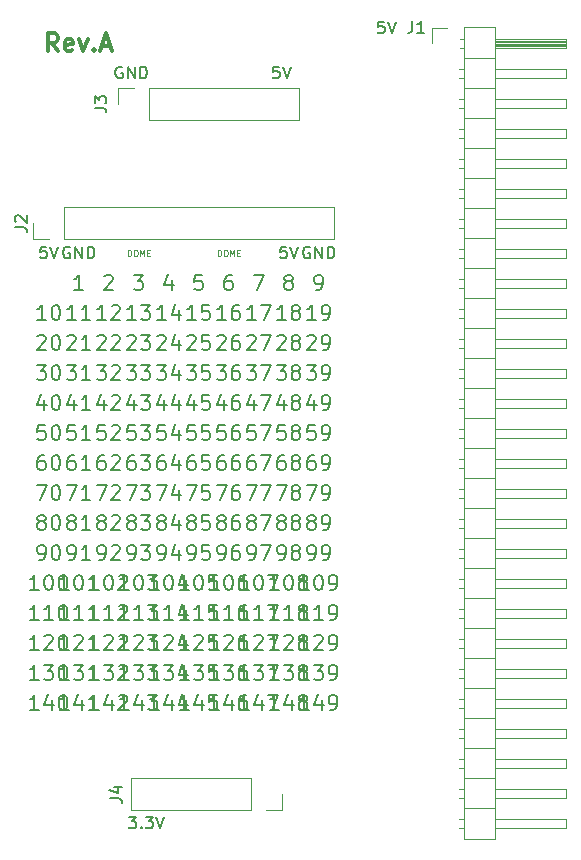
<source format=gto>
%TF.GenerationSoftware,KiCad,Pcbnew,(6.0.8)*%
%TF.CreationDate,2022-11-23T10:53:18-05:00*%
%TF.ProjectId,upper_v3,75707065-725f-4763-932e-6b696361645f,rev?*%
%TF.SameCoordinates,Original*%
%TF.FileFunction,Legend,Top*%
%TF.FilePolarity,Positive*%
%FSLAX46Y46*%
G04 Gerber Fmt 4.6, Leading zero omitted, Abs format (unit mm)*
G04 Created by KiCad (PCBNEW (6.0.8)) date 2022-11-23 10:53:18*
%MOMM*%
%LPD*%
G01*
G04 APERTURE LIST*
%ADD10C,0.150000*%
%ADD11C,0.300000*%
%ADD12C,0.125000*%
%ADD13C,0.120000*%
G04 APERTURE END LIST*
D10*
X138874523Y-60412380D02*
X138398333Y-60412380D01*
X138350714Y-60888571D01*
X138398333Y-60840952D01*
X138493571Y-60793333D01*
X138731666Y-60793333D01*
X138826904Y-60840952D01*
X138874523Y-60888571D01*
X138922142Y-60983809D01*
X138922142Y-61221904D01*
X138874523Y-61317142D01*
X138826904Y-61364761D01*
X138731666Y-61412380D01*
X138493571Y-61412380D01*
X138398333Y-61364761D01*
X138350714Y-61317142D01*
X139207857Y-60412380D02*
X139541190Y-61412380D01*
X139874523Y-60412380D01*
X125603095Y-60460000D02*
X125507857Y-60412380D01*
X125365000Y-60412380D01*
X125222142Y-60460000D01*
X125126904Y-60555238D01*
X125079285Y-60650476D01*
X125031666Y-60840952D01*
X125031666Y-60983809D01*
X125079285Y-61174285D01*
X125126904Y-61269523D01*
X125222142Y-61364761D01*
X125365000Y-61412380D01*
X125460238Y-61412380D01*
X125603095Y-61364761D01*
X125650714Y-61317142D01*
X125650714Y-60983809D01*
X125460238Y-60983809D01*
X126079285Y-61412380D02*
X126079285Y-60412380D01*
X126650714Y-61412380D01*
X126650714Y-60412380D01*
X127126904Y-61412380D02*
X127126904Y-60412380D01*
X127365000Y-60412380D01*
X127507857Y-60460000D01*
X127603095Y-60555238D01*
X127650714Y-60650476D01*
X127698333Y-60840952D01*
X127698333Y-60983809D01*
X127650714Y-61174285D01*
X127603095Y-61269523D01*
X127507857Y-61364761D01*
X127365000Y-61412380D01*
X127126904Y-61412380D01*
X126158809Y-123912380D02*
X126777857Y-123912380D01*
X126444523Y-124293333D01*
X126587380Y-124293333D01*
X126682619Y-124340952D01*
X126730238Y-124388571D01*
X126777857Y-124483809D01*
X126777857Y-124721904D01*
X126730238Y-124817142D01*
X126682619Y-124864761D01*
X126587380Y-124912380D01*
X126301666Y-124912380D01*
X126206428Y-124864761D01*
X126158809Y-124817142D01*
X127206428Y-124817142D02*
X127254047Y-124864761D01*
X127206428Y-124912380D01*
X127158809Y-124864761D01*
X127206428Y-124817142D01*
X127206428Y-124912380D01*
X127587380Y-123912380D02*
X128206428Y-123912380D01*
X127873095Y-124293333D01*
X128015952Y-124293333D01*
X128111190Y-124340952D01*
X128158809Y-124388571D01*
X128206428Y-124483809D01*
X128206428Y-124721904D01*
X128158809Y-124817142D01*
X128111190Y-124864761D01*
X128015952Y-124912380D01*
X127730238Y-124912380D01*
X127635000Y-124864761D01*
X127587380Y-124817142D01*
X128492142Y-123912380D02*
X128825476Y-124912380D01*
X129158809Y-123912380D01*
X147764523Y-56602380D02*
X147288333Y-56602380D01*
X147240714Y-57078571D01*
X147288333Y-57030952D01*
X147383571Y-56983333D01*
X147621666Y-56983333D01*
X147716904Y-57030952D01*
X147764523Y-57078571D01*
X147812142Y-57173809D01*
X147812142Y-57411904D01*
X147764523Y-57507142D01*
X147716904Y-57554761D01*
X147621666Y-57602380D01*
X147383571Y-57602380D01*
X147288333Y-57554761D01*
X147240714Y-57507142D01*
X148097857Y-56602380D02*
X148431190Y-57602380D01*
X148764523Y-56602380D01*
X119189523Y-75652380D02*
X118713333Y-75652380D01*
X118665714Y-76128571D01*
X118713333Y-76080952D01*
X118808571Y-76033333D01*
X119046666Y-76033333D01*
X119141904Y-76080952D01*
X119189523Y-76128571D01*
X119237142Y-76223809D01*
X119237142Y-76461904D01*
X119189523Y-76557142D01*
X119141904Y-76604761D01*
X119046666Y-76652380D01*
X118808571Y-76652380D01*
X118713333Y-76604761D01*
X118665714Y-76557142D01*
X119522857Y-75652380D02*
X119856190Y-76652380D01*
X120189523Y-75652380D01*
D11*
X120170000Y-59098571D02*
X119670000Y-58384285D01*
X119312857Y-59098571D02*
X119312857Y-57598571D01*
X119884285Y-57598571D01*
X120027142Y-57670000D01*
X120098571Y-57741428D01*
X120170000Y-57884285D01*
X120170000Y-58098571D01*
X120098571Y-58241428D01*
X120027142Y-58312857D01*
X119884285Y-58384285D01*
X119312857Y-58384285D01*
X121384285Y-59027142D02*
X121241428Y-59098571D01*
X120955714Y-59098571D01*
X120812857Y-59027142D01*
X120741428Y-58884285D01*
X120741428Y-58312857D01*
X120812857Y-58170000D01*
X120955714Y-58098571D01*
X121241428Y-58098571D01*
X121384285Y-58170000D01*
X121455714Y-58312857D01*
X121455714Y-58455714D01*
X120741428Y-58598571D01*
X121955714Y-58098571D02*
X122312857Y-59098571D01*
X122670000Y-58098571D01*
X123241428Y-58955714D02*
X123312857Y-59027142D01*
X123241428Y-59098571D01*
X123170000Y-59027142D01*
X123241428Y-58955714D01*
X123241428Y-59098571D01*
X123884285Y-58670000D02*
X124598571Y-58670000D01*
X123741428Y-59098571D02*
X124241428Y-57598571D01*
X124741428Y-59098571D01*
D10*
X139509523Y-75652380D02*
X139033333Y-75652380D01*
X138985714Y-76128571D01*
X139033333Y-76080952D01*
X139128571Y-76033333D01*
X139366666Y-76033333D01*
X139461904Y-76080952D01*
X139509523Y-76128571D01*
X139557142Y-76223809D01*
X139557142Y-76461904D01*
X139509523Y-76557142D01*
X139461904Y-76604761D01*
X139366666Y-76652380D01*
X139128571Y-76652380D01*
X139033333Y-76604761D01*
X138985714Y-76557142D01*
X139842857Y-75652380D02*
X140176190Y-76652380D01*
X140509523Y-75652380D01*
D12*
X126095238Y-76426190D02*
X126095238Y-75926190D01*
X126214285Y-75926190D01*
X126285714Y-75950000D01*
X126333333Y-75997619D01*
X126357142Y-76045238D01*
X126380952Y-76140476D01*
X126380952Y-76211904D01*
X126357142Y-76307142D01*
X126333333Y-76354761D01*
X126285714Y-76402380D01*
X126214285Y-76426190D01*
X126095238Y-76426190D01*
X126690476Y-75926190D02*
X126785714Y-75926190D01*
X126833333Y-75950000D01*
X126880952Y-75997619D01*
X126904761Y-76092857D01*
X126904761Y-76259523D01*
X126880952Y-76354761D01*
X126833333Y-76402380D01*
X126785714Y-76426190D01*
X126690476Y-76426190D01*
X126642857Y-76402380D01*
X126595238Y-76354761D01*
X126571428Y-76259523D01*
X126571428Y-76092857D01*
X126595238Y-75997619D01*
X126642857Y-75950000D01*
X126690476Y-75926190D01*
X127119047Y-76426190D02*
X127119047Y-75926190D01*
X127285714Y-76283333D01*
X127452380Y-75926190D01*
X127452380Y-76426190D01*
X127690476Y-76164285D02*
X127857142Y-76164285D01*
X127928571Y-76426190D02*
X127690476Y-76426190D01*
X127690476Y-75926190D01*
X127928571Y-75926190D01*
D10*
X141478095Y-75700000D02*
X141382857Y-75652380D01*
X141240000Y-75652380D01*
X141097142Y-75700000D01*
X141001904Y-75795238D01*
X140954285Y-75890476D01*
X140906666Y-76080952D01*
X140906666Y-76223809D01*
X140954285Y-76414285D01*
X141001904Y-76509523D01*
X141097142Y-76604761D01*
X141240000Y-76652380D01*
X141335238Y-76652380D01*
X141478095Y-76604761D01*
X141525714Y-76557142D01*
X141525714Y-76223809D01*
X141335238Y-76223809D01*
X141954285Y-76652380D02*
X141954285Y-75652380D01*
X142525714Y-76652380D01*
X142525714Y-75652380D01*
X143001904Y-76652380D02*
X143001904Y-75652380D01*
X143240000Y-75652380D01*
X143382857Y-75700000D01*
X143478095Y-75795238D01*
X143525714Y-75890476D01*
X143573333Y-76080952D01*
X143573333Y-76223809D01*
X143525714Y-76414285D01*
X143478095Y-76509523D01*
X143382857Y-76604761D01*
X143240000Y-76652380D01*
X143001904Y-76652380D01*
X121158095Y-75700000D02*
X121062857Y-75652380D01*
X120920000Y-75652380D01*
X120777142Y-75700000D01*
X120681904Y-75795238D01*
X120634285Y-75890476D01*
X120586666Y-76080952D01*
X120586666Y-76223809D01*
X120634285Y-76414285D01*
X120681904Y-76509523D01*
X120777142Y-76604761D01*
X120920000Y-76652380D01*
X121015238Y-76652380D01*
X121158095Y-76604761D01*
X121205714Y-76557142D01*
X121205714Y-76223809D01*
X121015238Y-76223809D01*
X121634285Y-76652380D02*
X121634285Y-75652380D01*
X122205714Y-76652380D01*
X122205714Y-75652380D01*
X122681904Y-76652380D02*
X122681904Y-75652380D01*
X122920000Y-75652380D01*
X123062857Y-75700000D01*
X123158095Y-75795238D01*
X123205714Y-75890476D01*
X123253333Y-76080952D01*
X123253333Y-76223809D01*
X123205714Y-76414285D01*
X123158095Y-76509523D01*
X123062857Y-76604761D01*
X122920000Y-76652380D01*
X122681904Y-76652380D01*
D12*
X133715238Y-76426190D02*
X133715238Y-75926190D01*
X133834285Y-75926190D01*
X133905714Y-75950000D01*
X133953333Y-75997619D01*
X133977142Y-76045238D01*
X134000952Y-76140476D01*
X134000952Y-76211904D01*
X133977142Y-76307142D01*
X133953333Y-76354761D01*
X133905714Y-76402380D01*
X133834285Y-76426190D01*
X133715238Y-76426190D01*
X134310476Y-75926190D02*
X134405714Y-75926190D01*
X134453333Y-75950000D01*
X134500952Y-75997619D01*
X134524761Y-76092857D01*
X134524761Y-76259523D01*
X134500952Y-76354761D01*
X134453333Y-76402380D01*
X134405714Y-76426190D01*
X134310476Y-76426190D01*
X134262857Y-76402380D01*
X134215238Y-76354761D01*
X134191428Y-76259523D01*
X134191428Y-76092857D01*
X134215238Y-75997619D01*
X134262857Y-75950000D01*
X134310476Y-75926190D01*
X134739047Y-76426190D02*
X134739047Y-75926190D01*
X134905714Y-76283333D01*
X135072380Y-75926190D01*
X135072380Y-76426190D01*
X135310476Y-76164285D02*
X135477142Y-76164285D01*
X135548571Y-76426190D02*
X135310476Y-76426190D01*
X135310476Y-75926190D01*
X135548571Y-75926190D01*
D10*
%TO.C,10*%
X119138095Y-81854523D02*
X118412380Y-81854523D01*
X118775238Y-81854523D02*
X118775238Y-80584523D01*
X118654285Y-80765952D01*
X118533333Y-80886904D01*
X118412380Y-80947380D01*
X119924285Y-80584523D02*
X120045238Y-80584523D01*
X120166190Y-80645000D01*
X120226666Y-80705476D01*
X120287142Y-80826428D01*
X120347619Y-81068333D01*
X120347619Y-81370714D01*
X120287142Y-81612619D01*
X120226666Y-81733571D01*
X120166190Y-81794047D01*
X120045238Y-81854523D01*
X119924285Y-81854523D01*
X119803333Y-81794047D01*
X119742857Y-81733571D01*
X119682380Y-81612619D01*
X119621904Y-81370714D01*
X119621904Y-81068333D01*
X119682380Y-80826428D01*
X119742857Y-80705476D01*
X119803333Y-80645000D01*
X119924285Y-80584523D01*
%TO.C,106*%
X133773333Y-104714523D02*
X133047619Y-104714523D01*
X133410476Y-104714523D02*
X133410476Y-103444523D01*
X133289523Y-103625952D01*
X133168571Y-103746904D01*
X133047619Y-103807380D01*
X134559523Y-103444523D02*
X134680476Y-103444523D01*
X134801428Y-103505000D01*
X134861904Y-103565476D01*
X134922380Y-103686428D01*
X134982857Y-103928333D01*
X134982857Y-104230714D01*
X134922380Y-104472619D01*
X134861904Y-104593571D01*
X134801428Y-104654047D01*
X134680476Y-104714523D01*
X134559523Y-104714523D01*
X134438571Y-104654047D01*
X134378095Y-104593571D01*
X134317619Y-104472619D01*
X134257142Y-104230714D01*
X134257142Y-103928333D01*
X134317619Y-103686428D01*
X134378095Y-103565476D01*
X134438571Y-103505000D01*
X134559523Y-103444523D01*
X136071428Y-103444523D02*
X135829523Y-103444523D01*
X135708571Y-103505000D01*
X135648095Y-103565476D01*
X135527142Y-103746904D01*
X135466666Y-103988809D01*
X135466666Y-104472619D01*
X135527142Y-104593571D01*
X135587619Y-104654047D01*
X135708571Y-104714523D01*
X135950476Y-104714523D01*
X136071428Y-104654047D01*
X136131904Y-104593571D01*
X136192380Y-104472619D01*
X136192380Y-104170238D01*
X136131904Y-104049285D01*
X136071428Y-103988809D01*
X135950476Y-103928333D01*
X135708571Y-103928333D01*
X135587619Y-103988809D01*
X135527142Y-104049285D01*
X135466666Y-104170238D01*
%TO.C,148*%
X138853333Y-114874523D02*
X138127619Y-114874523D01*
X138490476Y-114874523D02*
X138490476Y-113604523D01*
X138369523Y-113785952D01*
X138248571Y-113906904D01*
X138127619Y-113967380D01*
X139941904Y-114027857D02*
X139941904Y-114874523D01*
X139639523Y-113544047D02*
X139337142Y-114451190D01*
X140123333Y-114451190D01*
X140788571Y-114148809D02*
X140667619Y-114088333D01*
X140607142Y-114027857D01*
X140546666Y-113906904D01*
X140546666Y-113846428D01*
X140607142Y-113725476D01*
X140667619Y-113665000D01*
X140788571Y-113604523D01*
X141030476Y-113604523D01*
X141151428Y-113665000D01*
X141211904Y-113725476D01*
X141272380Y-113846428D01*
X141272380Y-113906904D01*
X141211904Y-114027857D01*
X141151428Y-114088333D01*
X141030476Y-114148809D01*
X140788571Y-114148809D01*
X140667619Y-114209285D01*
X140607142Y-114269761D01*
X140546666Y-114390714D01*
X140546666Y-114632619D01*
X140607142Y-114753571D01*
X140667619Y-114814047D01*
X140788571Y-114874523D01*
X141030476Y-114874523D01*
X141151428Y-114814047D01*
X141211904Y-114753571D01*
X141272380Y-114632619D01*
X141272380Y-114390714D01*
X141211904Y-114269761D01*
X141151428Y-114209285D01*
X141030476Y-114148809D01*
%TO.C,114*%
X128693333Y-107254523D02*
X127967619Y-107254523D01*
X128330476Y-107254523D02*
X128330476Y-105984523D01*
X128209523Y-106165952D01*
X128088571Y-106286904D01*
X127967619Y-106347380D01*
X129902857Y-107254523D02*
X129177142Y-107254523D01*
X129540000Y-107254523D02*
X129540000Y-105984523D01*
X129419047Y-106165952D01*
X129298095Y-106286904D01*
X129177142Y-106347380D01*
X130991428Y-106407857D02*
X130991428Y-107254523D01*
X130689047Y-105924047D02*
X130386666Y-106831190D01*
X131172857Y-106831190D01*
%TO.C,103*%
X126153333Y-104714523D02*
X125427619Y-104714523D01*
X125790476Y-104714523D02*
X125790476Y-103444523D01*
X125669523Y-103625952D01*
X125548571Y-103746904D01*
X125427619Y-103807380D01*
X126939523Y-103444523D02*
X127060476Y-103444523D01*
X127181428Y-103505000D01*
X127241904Y-103565476D01*
X127302380Y-103686428D01*
X127362857Y-103928333D01*
X127362857Y-104230714D01*
X127302380Y-104472619D01*
X127241904Y-104593571D01*
X127181428Y-104654047D01*
X127060476Y-104714523D01*
X126939523Y-104714523D01*
X126818571Y-104654047D01*
X126758095Y-104593571D01*
X126697619Y-104472619D01*
X126637142Y-104230714D01*
X126637142Y-103928333D01*
X126697619Y-103686428D01*
X126758095Y-103565476D01*
X126818571Y-103505000D01*
X126939523Y-103444523D01*
X127786190Y-103444523D02*
X128572380Y-103444523D01*
X128149047Y-103928333D01*
X128330476Y-103928333D01*
X128451428Y-103988809D01*
X128511904Y-104049285D01*
X128572380Y-104170238D01*
X128572380Y-104472619D01*
X128511904Y-104593571D01*
X128451428Y-104654047D01*
X128330476Y-104714523D01*
X127967619Y-104714523D01*
X127846666Y-104654047D01*
X127786190Y-104593571D01*
%TO.C,135*%
X131233333Y-112334523D02*
X130507619Y-112334523D01*
X130870476Y-112334523D02*
X130870476Y-111064523D01*
X130749523Y-111245952D01*
X130628571Y-111366904D01*
X130507619Y-111427380D01*
X131656666Y-111064523D02*
X132442857Y-111064523D01*
X132019523Y-111548333D01*
X132200952Y-111548333D01*
X132321904Y-111608809D01*
X132382380Y-111669285D01*
X132442857Y-111790238D01*
X132442857Y-112092619D01*
X132382380Y-112213571D01*
X132321904Y-112274047D01*
X132200952Y-112334523D01*
X131838095Y-112334523D01*
X131717142Y-112274047D01*
X131656666Y-112213571D01*
X133591904Y-111064523D02*
X132987142Y-111064523D01*
X132926666Y-111669285D01*
X132987142Y-111608809D01*
X133108095Y-111548333D01*
X133410476Y-111548333D01*
X133531428Y-111608809D01*
X133591904Y-111669285D01*
X133652380Y-111790238D01*
X133652380Y-112092619D01*
X133591904Y-112213571D01*
X133531428Y-112274047D01*
X133410476Y-112334523D01*
X133108095Y-112334523D01*
X132987142Y-112274047D01*
X132926666Y-112213571D01*
%TO.C,18*%
X139458095Y-81854523D02*
X138732380Y-81854523D01*
X139095238Y-81854523D02*
X139095238Y-80584523D01*
X138974285Y-80765952D01*
X138853333Y-80886904D01*
X138732380Y-80947380D01*
X140183809Y-81128809D02*
X140062857Y-81068333D01*
X140002380Y-81007857D01*
X139941904Y-80886904D01*
X139941904Y-80826428D01*
X140002380Y-80705476D01*
X140062857Y-80645000D01*
X140183809Y-80584523D01*
X140425714Y-80584523D01*
X140546666Y-80645000D01*
X140607142Y-80705476D01*
X140667619Y-80826428D01*
X140667619Y-80886904D01*
X140607142Y-81007857D01*
X140546666Y-81068333D01*
X140425714Y-81128809D01*
X140183809Y-81128809D01*
X140062857Y-81189285D01*
X140002380Y-81249761D01*
X139941904Y-81370714D01*
X139941904Y-81612619D01*
X140002380Y-81733571D01*
X140062857Y-81794047D01*
X140183809Y-81854523D01*
X140425714Y-81854523D01*
X140546666Y-81794047D01*
X140607142Y-81733571D01*
X140667619Y-81612619D01*
X140667619Y-81370714D01*
X140607142Y-81249761D01*
X140546666Y-81189285D01*
X140425714Y-81128809D01*
%TO.C,112*%
X123613333Y-107254523D02*
X122887619Y-107254523D01*
X123250476Y-107254523D02*
X123250476Y-105984523D01*
X123129523Y-106165952D01*
X123008571Y-106286904D01*
X122887619Y-106347380D01*
X124822857Y-107254523D02*
X124097142Y-107254523D01*
X124460000Y-107254523D02*
X124460000Y-105984523D01*
X124339047Y-106165952D01*
X124218095Y-106286904D01*
X124097142Y-106347380D01*
X125306666Y-106105476D02*
X125367142Y-106045000D01*
X125488095Y-105984523D01*
X125790476Y-105984523D01*
X125911428Y-106045000D01*
X125971904Y-106105476D01*
X126032380Y-106226428D01*
X126032380Y-106347380D01*
X125971904Y-106528809D01*
X125246190Y-107254523D01*
X126032380Y-107254523D01*
%TO.C,142*%
X123613333Y-114874523D02*
X122887619Y-114874523D01*
X123250476Y-114874523D02*
X123250476Y-113604523D01*
X123129523Y-113785952D01*
X123008571Y-113906904D01*
X122887619Y-113967380D01*
X124701904Y-114027857D02*
X124701904Y-114874523D01*
X124399523Y-113544047D02*
X124097142Y-114451190D01*
X124883333Y-114451190D01*
X125306666Y-113725476D02*
X125367142Y-113665000D01*
X125488095Y-113604523D01*
X125790476Y-113604523D01*
X125911428Y-113665000D01*
X125971904Y-113725476D01*
X126032380Y-113846428D01*
X126032380Y-113967380D01*
X125971904Y-114148809D01*
X125246190Y-114874523D01*
X126032380Y-114874523D01*
%TO.C,124*%
X128693333Y-109794523D02*
X127967619Y-109794523D01*
X128330476Y-109794523D02*
X128330476Y-108524523D01*
X128209523Y-108705952D01*
X128088571Y-108826904D01*
X127967619Y-108887380D01*
X129177142Y-108645476D02*
X129237619Y-108585000D01*
X129358571Y-108524523D01*
X129660952Y-108524523D01*
X129781904Y-108585000D01*
X129842380Y-108645476D01*
X129902857Y-108766428D01*
X129902857Y-108887380D01*
X129842380Y-109068809D01*
X129116666Y-109794523D01*
X129902857Y-109794523D01*
X130991428Y-108947857D02*
X130991428Y-109794523D01*
X130689047Y-108464047D02*
X130386666Y-109371190D01*
X131172857Y-109371190D01*
%TO.C,59*%
X141937619Y-90744523D02*
X141332857Y-90744523D01*
X141272380Y-91349285D01*
X141332857Y-91288809D01*
X141453809Y-91228333D01*
X141756190Y-91228333D01*
X141877142Y-91288809D01*
X141937619Y-91349285D01*
X141998095Y-91470238D01*
X141998095Y-91772619D01*
X141937619Y-91893571D01*
X141877142Y-91954047D01*
X141756190Y-92014523D01*
X141453809Y-92014523D01*
X141332857Y-91954047D01*
X141272380Y-91893571D01*
X142602857Y-92014523D02*
X142844761Y-92014523D01*
X142965714Y-91954047D01*
X143026190Y-91893571D01*
X143147142Y-91712142D01*
X143207619Y-91470238D01*
X143207619Y-90986428D01*
X143147142Y-90865476D01*
X143086666Y-90805000D01*
X142965714Y-90744523D01*
X142723809Y-90744523D01*
X142602857Y-90805000D01*
X142542380Y-90865476D01*
X142481904Y-90986428D01*
X142481904Y-91288809D01*
X142542380Y-91409761D01*
X142602857Y-91470238D01*
X142723809Y-91530714D01*
X142965714Y-91530714D01*
X143086666Y-91470238D01*
X143147142Y-91409761D01*
X143207619Y-91288809D01*
%TO.C,69*%
X141877142Y-93284523D02*
X141635238Y-93284523D01*
X141514285Y-93345000D01*
X141453809Y-93405476D01*
X141332857Y-93586904D01*
X141272380Y-93828809D01*
X141272380Y-94312619D01*
X141332857Y-94433571D01*
X141393333Y-94494047D01*
X141514285Y-94554523D01*
X141756190Y-94554523D01*
X141877142Y-94494047D01*
X141937619Y-94433571D01*
X141998095Y-94312619D01*
X141998095Y-94010238D01*
X141937619Y-93889285D01*
X141877142Y-93828809D01*
X141756190Y-93768333D01*
X141514285Y-93768333D01*
X141393333Y-93828809D01*
X141332857Y-93889285D01*
X141272380Y-94010238D01*
X142602857Y-94554523D02*
X142844761Y-94554523D01*
X142965714Y-94494047D01*
X143026190Y-94433571D01*
X143147142Y-94252142D01*
X143207619Y-94010238D01*
X143207619Y-93526428D01*
X143147142Y-93405476D01*
X143086666Y-93345000D01*
X142965714Y-93284523D01*
X142723809Y-93284523D01*
X142602857Y-93345000D01*
X142542380Y-93405476D01*
X142481904Y-93526428D01*
X142481904Y-93828809D01*
X142542380Y-93949761D01*
X142602857Y-94010238D01*
X142723809Y-94070714D01*
X142965714Y-94070714D01*
X143086666Y-94010238D01*
X143147142Y-93949761D01*
X143207619Y-93828809D01*
%TO.C,113*%
X126153333Y-107254523D02*
X125427619Y-107254523D01*
X125790476Y-107254523D02*
X125790476Y-105984523D01*
X125669523Y-106165952D01*
X125548571Y-106286904D01*
X125427619Y-106347380D01*
X127362857Y-107254523D02*
X126637142Y-107254523D01*
X127000000Y-107254523D02*
X127000000Y-105984523D01*
X126879047Y-106165952D01*
X126758095Y-106286904D01*
X126637142Y-106347380D01*
X127786190Y-105984523D02*
X128572380Y-105984523D01*
X128149047Y-106468333D01*
X128330476Y-106468333D01*
X128451428Y-106528809D01*
X128511904Y-106589285D01*
X128572380Y-106710238D01*
X128572380Y-107012619D01*
X128511904Y-107133571D01*
X128451428Y-107194047D01*
X128330476Y-107254523D01*
X127967619Y-107254523D01*
X127846666Y-107194047D01*
X127786190Y-107133571D01*
%TO.C,146*%
X133773333Y-114874523D02*
X133047619Y-114874523D01*
X133410476Y-114874523D02*
X133410476Y-113604523D01*
X133289523Y-113785952D01*
X133168571Y-113906904D01*
X133047619Y-113967380D01*
X134861904Y-114027857D02*
X134861904Y-114874523D01*
X134559523Y-113544047D02*
X134257142Y-114451190D01*
X135043333Y-114451190D01*
X136071428Y-113604523D02*
X135829523Y-113604523D01*
X135708571Y-113665000D01*
X135648095Y-113725476D01*
X135527142Y-113906904D01*
X135466666Y-114148809D01*
X135466666Y-114632619D01*
X135527142Y-114753571D01*
X135587619Y-114814047D01*
X135708571Y-114874523D01*
X135950476Y-114874523D01*
X136071428Y-114814047D01*
X136131904Y-114753571D01*
X136192380Y-114632619D01*
X136192380Y-114330238D01*
X136131904Y-114209285D01*
X136071428Y-114148809D01*
X135950476Y-114088333D01*
X135708571Y-114088333D01*
X135587619Y-114148809D01*
X135527142Y-114209285D01*
X135466666Y-114330238D01*
%TO.C,J2*%
X116502380Y-73993333D02*
X117216666Y-73993333D01*
X117359523Y-74040952D01*
X117454761Y-74136190D01*
X117502380Y-74279047D01*
X117502380Y-74374285D01*
X116597619Y-73564761D02*
X116550000Y-73517142D01*
X116502380Y-73421904D01*
X116502380Y-73183809D01*
X116550000Y-73088571D01*
X116597619Y-73040952D01*
X116692857Y-72993333D01*
X116788095Y-72993333D01*
X116930952Y-73040952D01*
X117502380Y-73612380D01*
X117502380Y-72993333D01*
%TO.C,108*%
X138853333Y-104714523D02*
X138127619Y-104714523D01*
X138490476Y-104714523D02*
X138490476Y-103444523D01*
X138369523Y-103625952D01*
X138248571Y-103746904D01*
X138127619Y-103807380D01*
X139639523Y-103444523D02*
X139760476Y-103444523D01*
X139881428Y-103505000D01*
X139941904Y-103565476D01*
X140002380Y-103686428D01*
X140062857Y-103928333D01*
X140062857Y-104230714D01*
X140002380Y-104472619D01*
X139941904Y-104593571D01*
X139881428Y-104654047D01*
X139760476Y-104714523D01*
X139639523Y-104714523D01*
X139518571Y-104654047D01*
X139458095Y-104593571D01*
X139397619Y-104472619D01*
X139337142Y-104230714D01*
X139337142Y-103928333D01*
X139397619Y-103686428D01*
X139458095Y-103565476D01*
X139518571Y-103505000D01*
X139639523Y-103444523D01*
X140788571Y-103988809D02*
X140667619Y-103928333D01*
X140607142Y-103867857D01*
X140546666Y-103746904D01*
X140546666Y-103686428D01*
X140607142Y-103565476D01*
X140667619Y-103505000D01*
X140788571Y-103444523D01*
X141030476Y-103444523D01*
X141151428Y-103505000D01*
X141211904Y-103565476D01*
X141272380Y-103686428D01*
X141272380Y-103746904D01*
X141211904Y-103867857D01*
X141151428Y-103928333D01*
X141030476Y-103988809D01*
X140788571Y-103988809D01*
X140667619Y-104049285D01*
X140607142Y-104109761D01*
X140546666Y-104230714D01*
X140546666Y-104472619D01*
X140607142Y-104593571D01*
X140667619Y-104654047D01*
X140788571Y-104714523D01*
X141030476Y-104714523D01*
X141151428Y-104654047D01*
X141211904Y-104593571D01*
X141272380Y-104472619D01*
X141272380Y-104230714D01*
X141211904Y-104109761D01*
X141151428Y-104049285D01*
X141030476Y-103988809D01*
%TO.C,42*%
X124097142Y-88627857D02*
X124097142Y-89474523D01*
X123794761Y-88144047D02*
X123492380Y-89051190D01*
X124278571Y-89051190D01*
X124701904Y-88325476D02*
X124762380Y-88265000D01*
X124883333Y-88204523D01*
X125185714Y-88204523D01*
X125306666Y-88265000D01*
X125367142Y-88325476D01*
X125427619Y-88446428D01*
X125427619Y-88567380D01*
X125367142Y-88748809D01*
X124641428Y-89474523D01*
X125427619Y-89474523D01*
%TO.C,3*%
X126576666Y-78044523D02*
X127362857Y-78044523D01*
X126939523Y-78528333D01*
X127120952Y-78528333D01*
X127241904Y-78588809D01*
X127302380Y-78649285D01*
X127362857Y-78770238D01*
X127362857Y-79072619D01*
X127302380Y-79193571D01*
X127241904Y-79254047D01*
X127120952Y-79314523D01*
X126758095Y-79314523D01*
X126637142Y-79254047D01*
X126576666Y-79193571D01*
%TO.C,81*%
X121194285Y-98908809D02*
X121073333Y-98848333D01*
X121012857Y-98787857D01*
X120952380Y-98666904D01*
X120952380Y-98606428D01*
X121012857Y-98485476D01*
X121073333Y-98425000D01*
X121194285Y-98364523D01*
X121436190Y-98364523D01*
X121557142Y-98425000D01*
X121617619Y-98485476D01*
X121678095Y-98606428D01*
X121678095Y-98666904D01*
X121617619Y-98787857D01*
X121557142Y-98848333D01*
X121436190Y-98908809D01*
X121194285Y-98908809D01*
X121073333Y-98969285D01*
X121012857Y-99029761D01*
X120952380Y-99150714D01*
X120952380Y-99392619D01*
X121012857Y-99513571D01*
X121073333Y-99574047D01*
X121194285Y-99634523D01*
X121436190Y-99634523D01*
X121557142Y-99574047D01*
X121617619Y-99513571D01*
X121678095Y-99392619D01*
X121678095Y-99150714D01*
X121617619Y-99029761D01*
X121557142Y-98969285D01*
X121436190Y-98908809D01*
X122887619Y-99634523D02*
X122161904Y-99634523D01*
X122524761Y-99634523D02*
X122524761Y-98364523D01*
X122403809Y-98545952D01*
X122282857Y-98666904D01*
X122161904Y-98727380D01*
%TO.C,126*%
X133773333Y-109794523D02*
X133047619Y-109794523D01*
X133410476Y-109794523D02*
X133410476Y-108524523D01*
X133289523Y-108705952D01*
X133168571Y-108826904D01*
X133047619Y-108887380D01*
X134257142Y-108645476D02*
X134317619Y-108585000D01*
X134438571Y-108524523D01*
X134740952Y-108524523D01*
X134861904Y-108585000D01*
X134922380Y-108645476D01*
X134982857Y-108766428D01*
X134982857Y-108887380D01*
X134922380Y-109068809D01*
X134196666Y-109794523D01*
X134982857Y-109794523D01*
X136071428Y-108524523D02*
X135829523Y-108524523D01*
X135708571Y-108585000D01*
X135648095Y-108645476D01*
X135527142Y-108826904D01*
X135466666Y-109068809D01*
X135466666Y-109552619D01*
X135527142Y-109673571D01*
X135587619Y-109734047D01*
X135708571Y-109794523D01*
X135950476Y-109794523D01*
X136071428Y-109734047D01*
X136131904Y-109673571D01*
X136192380Y-109552619D01*
X136192380Y-109250238D01*
X136131904Y-109129285D01*
X136071428Y-109068809D01*
X135950476Y-109008333D01*
X135708571Y-109008333D01*
X135587619Y-109068809D01*
X135527142Y-109129285D01*
X135466666Y-109250238D01*
%TO.C,52*%
X124157619Y-90744523D02*
X123552857Y-90744523D01*
X123492380Y-91349285D01*
X123552857Y-91288809D01*
X123673809Y-91228333D01*
X123976190Y-91228333D01*
X124097142Y-91288809D01*
X124157619Y-91349285D01*
X124218095Y-91470238D01*
X124218095Y-91772619D01*
X124157619Y-91893571D01*
X124097142Y-91954047D01*
X123976190Y-92014523D01*
X123673809Y-92014523D01*
X123552857Y-91954047D01*
X123492380Y-91893571D01*
X124701904Y-90865476D02*
X124762380Y-90805000D01*
X124883333Y-90744523D01*
X125185714Y-90744523D01*
X125306666Y-90805000D01*
X125367142Y-90865476D01*
X125427619Y-90986428D01*
X125427619Y-91107380D01*
X125367142Y-91288809D01*
X124641428Y-92014523D01*
X125427619Y-92014523D01*
%TO.C,29*%
X141272380Y-83245476D02*
X141332857Y-83185000D01*
X141453809Y-83124523D01*
X141756190Y-83124523D01*
X141877142Y-83185000D01*
X141937619Y-83245476D01*
X141998095Y-83366428D01*
X141998095Y-83487380D01*
X141937619Y-83668809D01*
X141211904Y-84394523D01*
X141998095Y-84394523D01*
X142602857Y-84394523D02*
X142844761Y-84394523D01*
X142965714Y-84334047D01*
X143026190Y-84273571D01*
X143147142Y-84092142D01*
X143207619Y-83850238D01*
X143207619Y-83366428D01*
X143147142Y-83245476D01*
X143086666Y-83185000D01*
X142965714Y-83124523D01*
X142723809Y-83124523D01*
X142602857Y-83185000D01*
X142542380Y-83245476D01*
X142481904Y-83366428D01*
X142481904Y-83668809D01*
X142542380Y-83789761D01*
X142602857Y-83850238D01*
X142723809Y-83910714D01*
X142965714Y-83910714D01*
X143086666Y-83850238D01*
X143147142Y-83789761D01*
X143207619Y-83668809D01*
%TO.C,127*%
X136313333Y-109794523D02*
X135587619Y-109794523D01*
X135950476Y-109794523D02*
X135950476Y-108524523D01*
X135829523Y-108705952D01*
X135708571Y-108826904D01*
X135587619Y-108887380D01*
X136797142Y-108645476D02*
X136857619Y-108585000D01*
X136978571Y-108524523D01*
X137280952Y-108524523D01*
X137401904Y-108585000D01*
X137462380Y-108645476D01*
X137522857Y-108766428D01*
X137522857Y-108887380D01*
X137462380Y-109068809D01*
X136736666Y-109794523D01*
X137522857Y-109794523D01*
X137946190Y-108524523D02*
X138792857Y-108524523D01*
X138248571Y-109794523D01*
%TO.C,85*%
X131354285Y-98908809D02*
X131233333Y-98848333D01*
X131172857Y-98787857D01*
X131112380Y-98666904D01*
X131112380Y-98606428D01*
X131172857Y-98485476D01*
X131233333Y-98425000D01*
X131354285Y-98364523D01*
X131596190Y-98364523D01*
X131717142Y-98425000D01*
X131777619Y-98485476D01*
X131838095Y-98606428D01*
X131838095Y-98666904D01*
X131777619Y-98787857D01*
X131717142Y-98848333D01*
X131596190Y-98908809D01*
X131354285Y-98908809D01*
X131233333Y-98969285D01*
X131172857Y-99029761D01*
X131112380Y-99150714D01*
X131112380Y-99392619D01*
X131172857Y-99513571D01*
X131233333Y-99574047D01*
X131354285Y-99634523D01*
X131596190Y-99634523D01*
X131717142Y-99574047D01*
X131777619Y-99513571D01*
X131838095Y-99392619D01*
X131838095Y-99150714D01*
X131777619Y-99029761D01*
X131717142Y-98969285D01*
X131596190Y-98908809D01*
X132987142Y-98364523D02*
X132382380Y-98364523D01*
X132321904Y-98969285D01*
X132382380Y-98908809D01*
X132503333Y-98848333D01*
X132805714Y-98848333D01*
X132926666Y-98908809D01*
X132987142Y-98969285D01*
X133047619Y-99090238D01*
X133047619Y-99392619D01*
X132987142Y-99513571D01*
X132926666Y-99574047D01*
X132805714Y-99634523D01*
X132503333Y-99634523D01*
X132382380Y-99574047D01*
X132321904Y-99513571D01*
%TO.C,24*%
X128572380Y-83245476D02*
X128632857Y-83185000D01*
X128753809Y-83124523D01*
X129056190Y-83124523D01*
X129177142Y-83185000D01*
X129237619Y-83245476D01*
X129298095Y-83366428D01*
X129298095Y-83487380D01*
X129237619Y-83668809D01*
X128511904Y-84394523D01*
X129298095Y-84394523D01*
X130386666Y-83547857D02*
X130386666Y-84394523D01*
X130084285Y-83064047D02*
X129781904Y-83971190D01*
X130568095Y-83971190D01*
%TO.C,7*%
X136736666Y-78044523D02*
X137583333Y-78044523D01*
X137039047Y-79314523D01*
%TO.C,109*%
X141393333Y-104714523D02*
X140667619Y-104714523D01*
X141030476Y-104714523D02*
X141030476Y-103444523D01*
X140909523Y-103625952D01*
X140788571Y-103746904D01*
X140667619Y-103807380D01*
X142179523Y-103444523D02*
X142300476Y-103444523D01*
X142421428Y-103505000D01*
X142481904Y-103565476D01*
X142542380Y-103686428D01*
X142602857Y-103928333D01*
X142602857Y-104230714D01*
X142542380Y-104472619D01*
X142481904Y-104593571D01*
X142421428Y-104654047D01*
X142300476Y-104714523D01*
X142179523Y-104714523D01*
X142058571Y-104654047D01*
X141998095Y-104593571D01*
X141937619Y-104472619D01*
X141877142Y-104230714D01*
X141877142Y-103928333D01*
X141937619Y-103686428D01*
X141998095Y-103565476D01*
X142058571Y-103505000D01*
X142179523Y-103444523D01*
X143207619Y-104714523D02*
X143449523Y-104714523D01*
X143570476Y-104654047D01*
X143630952Y-104593571D01*
X143751904Y-104412142D01*
X143812380Y-104170238D01*
X143812380Y-103686428D01*
X143751904Y-103565476D01*
X143691428Y-103505000D01*
X143570476Y-103444523D01*
X143328571Y-103444523D01*
X143207619Y-103505000D01*
X143147142Y-103565476D01*
X143086666Y-103686428D01*
X143086666Y-103988809D01*
X143147142Y-104109761D01*
X143207619Y-104170238D01*
X143328571Y-104230714D01*
X143570476Y-104230714D01*
X143691428Y-104170238D01*
X143751904Y-104109761D01*
X143812380Y-103988809D01*
%TO.C,22*%
X123492380Y-83245476D02*
X123552857Y-83185000D01*
X123673809Y-83124523D01*
X123976190Y-83124523D01*
X124097142Y-83185000D01*
X124157619Y-83245476D01*
X124218095Y-83366428D01*
X124218095Y-83487380D01*
X124157619Y-83668809D01*
X123431904Y-84394523D01*
X124218095Y-84394523D01*
X124701904Y-83245476D02*
X124762380Y-83185000D01*
X124883333Y-83124523D01*
X125185714Y-83124523D01*
X125306666Y-83185000D01*
X125367142Y-83245476D01*
X125427619Y-83366428D01*
X125427619Y-83487380D01*
X125367142Y-83668809D01*
X124641428Y-84394523D01*
X125427619Y-84394523D01*
%TO.C,147*%
X136313333Y-114874523D02*
X135587619Y-114874523D01*
X135950476Y-114874523D02*
X135950476Y-113604523D01*
X135829523Y-113785952D01*
X135708571Y-113906904D01*
X135587619Y-113967380D01*
X137401904Y-114027857D02*
X137401904Y-114874523D01*
X137099523Y-113544047D02*
X136797142Y-114451190D01*
X137583333Y-114451190D01*
X137946190Y-113604523D02*
X138792857Y-113604523D01*
X138248571Y-114874523D01*
%TO.C,67*%
X136797142Y-93284523D02*
X136555238Y-93284523D01*
X136434285Y-93345000D01*
X136373809Y-93405476D01*
X136252857Y-93586904D01*
X136192380Y-93828809D01*
X136192380Y-94312619D01*
X136252857Y-94433571D01*
X136313333Y-94494047D01*
X136434285Y-94554523D01*
X136676190Y-94554523D01*
X136797142Y-94494047D01*
X136857619Y-94433571D01*
X136918095Y-94312619D01*
X136918095Y-94010238D01*
X136857619Y-93889285D01*
X136797142Y-93828809D01*
X136676190Y-93768333D01*
X136434285Y-93768333D01*
X136313333Y-93828809D01*
X136252857Y-93889285D01*
X136192380Y-94010238D01*
X137341428Y-93284523D02*
X138188095Y-93284523D01*
X137643809Y-94554523D01*
%TO.C,120*%
X118533333Y-109794523D02*
X117807619Y-109794523D01*
X118170476Y-109794523D02*
X118170476Y-108524523D01*
X118049523Y-108705952D01*
X117928571Y-108826904D01*
X117807619Y-108887380D01*
X119017142Y-108645476D02*
X119077619Y-108585000D01*
X119198571Y-108524523D01*
X119500952Y-108524523D01*
X119621904Y-108585000D01*
X119682380Y-108645476D01*
X119742857Y-108766428D01*
X119742857Y-108887380D01*
X119682380Y-109068809D01*
X118956666Y-109794523D01*
X119742857Y-109794523D01*
X120529047Y-108524523D02*
X120650000Y-108524523D01*
X120770952Y-108585000D01*
X120831428Y-108645476D01*
X120891904Y-108766428D01*
X120952380Y-109008333D01*
X120952380Y-109310714D01*
X120891904Y-109552619D01*
X120831428Y-109673571D01*
X120770952Y-109734047D01*
X120650000Y-109794523D01*
X120529047Y-109794523D01*
X120408095Y-109734047D01*
X120347619Y-109673571D01*
X120287142Y-109552619D01*
X120226666Y-109310714D01*
X120226666Y-109008333D01*
X120287142Y-108766428D01*
X120347619Y-108645476D01*
X120408095Y-108585000D01*
X120529047Y-108524523D01*
%TO.C,117*%
X136313333Y-107254523D02*
X135587619Y-107254523D01*
X135950476Y-107254523D02*
X135950476Y-105984523D01*
X135829523Y-106165952D01*
X135708571Y-106286904D01*
X135587619Y-106347380D01*
X137522857Y-107254523D02*
X136797142Y-107254523D01*
X137160000Y-107254523D02*
X137160000Y-105984523D01*
X137039047Y-106165952D01*
X136918095Y-106286904D01*
X136797142Y-106347380D01*
X137946190Y-105984523D02*
X138792857Y-105984523D01*
X138248571Y-107254523D01*
%TO.C,31*%
X120891904Y-85664523D02*
X121678095Y-85664523D01*
X121254761Y-86148333D01*
X121436190Y-86148333D01*
X121557142Y-86208809D01*
X121617619Y-86269285D01*
X121678095Y-86390238D01*
X121678095Y-86692619D01*
X121617619Y-86813571D01*
X121557142Y-86874047D01*
X121436190Y-86934523D01*
X121073333Y-86934523D01*
X120952380Y-86874047D01*
X120891904Y-86813571D01*
X122887619Y-86934523D02*
X122161904Y-86934523D01*
X122524761Y-86934523D02*
X122524761Y-85664523D01*
X122403809Y-85845952D01*
X122282857Y-85966904D01*
X122161904Y-86027380D01*
%TO.C,62*%
X124097142Y-93284523D02*
X123855238Y-93284523D01*
X123734285Y-93345000D01*
X123673809Y-93405476D01*
X123552857Y-93586904D01*
X123492380Y-93828809D01*
X123492380Y-94312619D01*
X123552857Y-94433571D01*
X123613333Y-94494047D01*
X123734285Y-94554523D01*
X123976190Y-94554523D01*
X124097142Y-94494047D01*
X124157619Y-94433571D01*
X124218095Y-94312619D01*
X124218095Y-94010238D01*
X124157619Y-93889285D01*
X124097142Y-93828809D01*
X123976190Y-93768333D01*
X123734285Y-93768333D01*
X123613333Y-93828809D01*
X123552857Y-93889285D01*
X123492380Y-94010238D01*
X124701904Y-93405476D02*
X124762380Y-93345000D01*
X124883333Y-93284523D01*
X125185714Y-93284523D01*
X125306666Y-93345000D01*
X125367142Y-93405476D01*
X125427619Y-93526428D01*
X125427619Y-93647380D01*
X125367142Y-93828809D01*
X124641428Y-94554523D01*
X125427619Y-94554523D01*
%TO.C,9*%
X141998095Y-79314523D02*
X142240000Y-79314523D01*
X142360952Y-79254047D01*
X142421428Y-79193571D01*
X142542380Y-79012142D01*
X142602857Y-78770238D01*
X142602857Y-78286428D01*
X142542380Y-78165476D01*
X142481904Y-78105000D01*
X142360952Y-78044523D01*
X142119047Y-78044523D01*
X141998095Y-78105000D01*
X141937619Y-78165476D01*
X141877142Y-78286428D01*
X141877142Y-78588809D01*
X141937619Y-78709761D01*
X141998095Y-78770238D01*
X142119047Y-78830714D01*
X142360952Y-78830714D01*
X142481904Y-78770238D01*
X142542380Y-78709761D01*
X142602857Y-78588809D01*
%TO.C,43*%
X126637142Y-88627857D02*
X126637142Y-89474523D01*
X126334761Y-88144047D02*
X126032380Y-89051190D01*
X126818571Y-89051190D01*
X127181428Y-88204523D02*
X127967619Y-88204523D01*
X127544285Y-88688333D01*
X127725714Y-88688333D01*
X127846666Y-88748809D01*
X127907142Y-88809285D01*
X127967619Y-88930238D01*
X127967619Y-89232619D01*
X127907142Y-89353571D01*
X127846666Y-89414047D01*
X127725714Y-89474523D01*
X127362857Y-89474523D01*
X127241904Y-89414047D01*
X127181428Y-89353571D01*
%TO.C,11*%
X121678095Y-81854523D02*
X120952380Y-81854523D01*
X121315238Y-81854523D02*
X121315238Y-80584523D01*
X121194285Y-80765952D01*
X121073333Y-80886904D01*
X120952380Y-80947380D01*
X122887619Y-81854523D02*
X122161904Y-81854523D01*
X122524761Y-81854523D02*
X122524761Y-80584523D01*
X122403809Y-80765952D01*
X122282857Y-80886904D01*
X122161904Y-80947380D01*
%TO.C,71*%
X120891904Y-95824523D02*
X121738571Y-95824523D01*
X121194285Y-97094523D01*
X122887619Y-97094523D02*
X122161904Y-97094523D01*
X122524761Y-97094523D02*
X122524761Y-95824523D01*
X122403809Y-96005952D01*
X122282857Y-96126904D01*
X122161904Y-96187380D01*
%TO.C,65*%
X131717142Y-93284523D02*
X131475238Y-93284523D01*
X131354285Y-93345000D01*
X131293809Y-93405476D01*
X131172857Y-93586904D01*
X131112380Y-93828809D01*
X131112380Y-94312619D01*
X131172857Y-94433571D01*
X131233333Y-94494047D01*
X131354285Y-94554523D01*
X131596190Y-94554523D01*
X131717142Y-94494047D01*
X131777619Y-94433571D01*
X131838095Y-94312619D01*
X131838095Y-94010238D01*
X131777619Y-93889285D01*
X131717142Y-93828809D01*
X131596190Y-93768333D01*
X131354285Y-93768333D01*
X131233333Y-93828809D01*
X131172857Y-93889285D01*
X131112380Y-94010238D01*
X132987142Y-93284523D02*
X132382380Y-93284523D01*
X132321904Y-93889285D01*
X132382380Y-93828809D01*
X132503333Y-93768333D01*
X132805714Y-93768333D01*
X132926666Y-93828809D01*
X132987142Y-93889285D01*
X133047619Y-94010238D01*
X133047619Y-94312619D01*
X132987142Y-94433571D01*
X132926666Y-94494047D01*
X132805714Y-94554523D01*
X132503333Y-94554523D01*
X132382380Y-94494047D01*
X132321904Y-94433571D01*
%TO.C,104*%
X128693333Y-104714523D02*
X127967619Y-104714523D01*
X128330476Y-104714523D02*
X128330476Y-103444523D01*
X128209523Y-103625952D01*
X128088571Y-103746904D01*
X127967619Y-103807380D01*
X129479523Y-103444523D02*
X129600476Y-103444523D01*
X129721428Y-103505000D01*
X129781904Y-103565476D01*
X129842380Y-103686428D01*
X129902857Y-103928333D01*
X129902857Y-104230714D01*
X129842380Y-104472619D01*
X129781904Y-104593571D01*
X129721428Y-104654047D01*
X129600476Y-104714523D01*
X129479523Y-104714523D01*
X129358571Y-104654047D01*
X129298095Y-104593571D01*
X129237619Y-104472619D01*
X129177142Y-104230714D01*
X129177142Y-103928333D01*
X129237619Y-103686428D01*
X129298095Y-103565476D01*
X129358571Y-103505000D01*
X129479523Y-103444523D01*
X130991428Y-103867857D02*
X130991428Y-104714523D01*
X130689047Y-103384047D02*
X130386666Y-104291190D01*
X131172857Y-104291190D01*
%TO.C,63*%
X126637142Y-93284523D02*
X126395238Y-93284523D01*
X126274285Y-93345000D01*
X126213809Y-93405476D01*
X126092857Y-93586904D01*
X126032380Y-93828809D01*
X126032380Y-94312619D01*
X126092857Y-94433571D01*
X126153333Y-94494047D01*
X126274285Y-94554523D01*
X126516190Y-94554523D01*
X126637142Y-94494047D01*
X126697619Y-94433571D01*
X126758095Y-94312619D01*
X126758095Y-94010238D01*
X126697619Y-93889285D01*
X126637142Y-93828809D01*
X126516190Y-93768333D01*
X126274285Y-93768333D01*
X126153333Y-93828809D01*
X126092857Y-93889285D01*
X126032380Y-94010238D01*
X127181428Y-93284523D02*
X127967619Y-93284523D01*
X127544285Y-93768333D01*
X127725714Y-93768333D01*
X127846666Y-93828809D01*
X127907142Y-93889285D01*
X127967619Y-94010238D01*
X127967619Y-94312619D01*
X127907142Y-94433571D01*
X127846666Y-94494047D01*
X127725714Y-94554523D01*
X127362857Y-94554523D01*
X127241904Y-94494047D01*
X127181428Y-94433571D01*
%TO.C,93*%
X126153333Y-102174523D02*
X126395238Y-102174523D01*
X126516190Y-102114047D01*
X126576666Y-102053571D01*
X126697619Y-101872142D01*
X126758095Y-101630238D01*
X126758095Y-101146428D01*
X126697619Y-101025476D01*
X126637142Y-100965000D01*
X126516190Y-100904523D01*
X126274285Y-100904523D01*
X126153333Y-100965000D01*
X126092857Y-101025476D01*
X126032380Y-101146428D01*
X126032380Y-101448809D01*
X126092857Y-101569761D01*
X126153333Y-101630238D01*
X126274285Y-101690714D01*
X126516190Y-101690714D01*
X126637142Y-101630238D01*
X126697619Y-101569761D01*
X126758095Y-101448809D01*
X127181428Y-100904523D02*
X127967619Y-100904523D01*
X127544285Y-101388333D01*
X127725714Y-101388333D01*
X127846666Y-101448809D01*
X127907142Y-101509285D01*
X127967619Y-101630238D01*
X127967619Y-101932619D01*
X127907142Y-102053571D01*
X127846666Y-102114047D01*
X127725714Y-102174523D01*
X127362857Y-102174523D01*
X127241904Y-102114047D01*
X127181428Y-102053571D01*
%TO.C,61*%
X121557142Y-93284523D02*
X121315238Y-93284523D01*
X121194285Y-93345000D01*
X121133809Y-93405476D01*
X121012857Y-93586904D01*
X120952380Y-93828809D01*
X120952380Y-94312619D01*
X121012857Y-94433571D01*
X121073333Y-94494047D01*
X121194285Y-94554523D01*
X121436190Y-94554523D01*
X121557142Y-94494047D01*
X121617619Y-94433571D01*
X121678095Y-94312619D01*
X121678095Y-94010238D01*
X121617619Y-93889285D01*
X121557142Y-93828809D01*
X121436190Y-93768333D01*
X121194285Y-93768333D01*
X121073333Y-93828809D01*
X121012857Y-93889285D01*
X120952380Y-94010238D01*
X122887619Y-94554523D02*
X122161904Y-94554523D01*
X122524761Y-94554523D02*
X122524761Y-93284523D01*
X122403809Y-93465952D01*
X122282857Y-93586904D01*
X122161904Y-93647380D01*
%TO.C,13*%
X126758095Y-81854523D02*
X126032380Y-81854523D01*
X126395238Y-81854523D02*
X126395238Y-80584523D01*
X126274285Y-80765952D01*
X126153333Y-80886904D01*
X126032380Y-80947380D01*
X127181428Y-80584523D02*
X127967619Y-80584523D01*
X127544285Y-81068333D01*
X127725714Y-81068333D01*
X127846666Y-81128809D01*
X127907142Y-81189285D01*
X127967619Y-81310238D01*
X127967619Y-81612619D01*
X127907142Y-81733571D01*
X127846666Y-81794047D01*
X127725714Y-81854523D01*
X127362857Y-81854523D01*
X127241904Y-81794047D01*
X127181428Y-81733571D01*
%TO.C,55*%
X131777619Y-90744523D02*
X131172857Y-90744523D01*
X131112380Y-91349285D01*
X131172857Y-91288809D01*
X131293809Y-91228333D01*
X131596190Y-91228333D01*
X131717142Y-91288809D01*
X131777619Y-91349285D01*
X131838095Y-91470238D01*
X131838095Y-91772619D01*
X131777619Y-91893571D01*
X131717142Y-91954047D01*
X131596190Y-92014523D01*
X131293809Y-92014523D01*
X131172857Y-91954047D01*
X131112380Y-91893571D01*
X132987142Y-90744523D02*
X132382380Y-90744523D01*
X132321904Y-91349285D01*
X132382380Y-91288809D01*
X132503333Y-91228333D01*
X132805714Y-91228333D01*
X132926666Y-91288809D01*
X132987142Y-91349285D01*
X133047619Y-91470238D01*
X133047619Y-91772619D01*
X132987142Y-91893571D01*
X132926666Y-91954047D01*
X132805714Y-92014523D01*
X132503333Y-92014523D01*
X132382380Y-91954047D01*
X132321904Y-91893571D01*
%TO.C,138*%
X138853333Y-112334523D02*
X138127619Y-112334523D01*
X138490476Y-112334523D02*
X138490476Y-111064523D01*
X138369523Y-111245952D01*
X138248571Y-111366904D01*
X138127619Y-111427380D01*
X139276666Y-111064523D02*
X140062857Y-111064523D01*
X139639523Y-111548333D01*
X139820952Y-111548333D01*
X139941904Y-111608809D01*
X140002380Y-111669285D01*
X140062857Y-111790238D01*
X140062857Y-112092619D01*
X140002380Y-112213571D01*
X139941904Y-112274047D01*
X139820952Y-112334523D01*
X139458095Y-112334523D01*
X139337142Y-112274047D01*
X139276666Y-112213571D01*
X140788571Y-111608809D02*
X140667619Y-111548333D01*
X140607142Y-111487857D01*
X140546666Y-111366904D01*
X140546666Y-111306428D01*
X140607142Y-111185476D01*
X140667619Y-111125000D01*
X140788571Y-111064523D01*
X141030476Y-111064523D01*
X141151428Y-111125000D01*
X141211904Y-111185476D01*
X141272380Y-111306428D01*
X141272380Y-111366904D01*
X141211904Y-111487857D01*
X141151428Y-111548333D01*
X141030476Y-111608809D01*
X140788571Y-111608809D01*
X140667619Y-111669285D01*
X140607142Y-111729761D01*
X140546666Y-111850714D01*
X140546666Y-112092619D01*
X140607142Y-112213571D01*
X140667619Y-112274047D01*
X140788571Y-112334523D01*
X141030476Y-112334523D01*
X141151428Y-112274047D01*
X141211904Y-112213571D01*
X141272380Y-112092619D01*
X141272380Y-111850714D01*
X141211904Y-111729761D01*
X141151428Y-111669285D01*
X141030476Y-111608809D01*
%TO.C,111*%
X121073333Y-107254523D02*
X120347619Y-107254523D01*
X120710476Y-107254523D02*
X120710476Y-105984523D01*
X120589523Y-106165952D01*
X120468571Y-106286904D01*
X120347619Y-106347380D01*
X122282857Y-107254523D02*
X121557142Y-107254523D01*
X121920000Y-107254523D02*
X121920000Y-105984523D01*
X121799047Y-106165952D01*
X121678095Y-106286904D01*
X121557142Y-106347380D01*
X123492380Y-107254523D02*
X122766666Y-107254523D01*
X123129523Y-107254523D02*
X123129523Y-105984523D01*
X123008571Y-106165952D01*
X122887619Y-106286904D01*
X122766666Y-106347380D01*
%TO.C,27*%
X136192380Y-83245476D02*
X136252857Y-83185000D01*
X136373809Y-83124523D01*
X136676190Y-83124523D01*
X136797142Y-83185000D01*
X136857619Y-83245476D01*
X136918095Y-83366428D01*
X136918095Y-83487380D01*
X136857619Y-83668809D01*
X136131904Y-84394523D01*
X136918095Y-84394523D01*
X137341428Y-83124523D02*
X138188095Y-83124523D01*
X137643809Y-84394523D01*
%TO.C,116*%
X133773333Y-107254523D02*
X133047619Y-107254523D01*
X133410476Y-107254523D02*
X133410476Y-105984523D01*
X133289523Y-106165952D01*
X133168571Y-106286904D01*
X133047619Y-106347380D01*
X134982857Y-107254523D02*
X134257142Y-107254523D01*
X134620000Y-107254523D02*
X134620000Y-105984523D01*
X134499047Y-106165952D01*
X134378095Y-106286904D01*
X134257142Y-106347380D01*
X136071428Y-105984523D02*
X135829523Y-105984523D01*
X135708571Y-106045000D01*
X135648095Y-106105476D01*
X135527142Y-106286904D01*
X135466666Y-106528809D01*
X135466666Y-107012619D01*
X135527142Y-107133571D01*
X135587619Y-107194047D01*
X135708571Y-107254523D01*
X135950476Y-107254523D01*
X136071428Y-107194047D01*
X136131904Y-107133571D01*
X136192380Y-107012619D01*
X136192380Y-106710238D01*
X136131904Y-106589285D01*
X136071428Y-106528809D01*
X135950476Y-106468333D01*
X135708571Y-106468333D01*
X135587619Y-106528809D01*
X135527142Y-106589285D01*
X135466666Y-106710238D01*
%TO.C,J3*%
X123257380Y-63908333D02*
X123971666Y-63908333D01*
X124114523Y-63955952D01*
X124209761Y-64051190D01*
X124257380Y-64194047D01*
X124257380Y-64289285D01*
X123257380Y-63527380D02*
X123257380Y-62908333D01*
X123638333Y-63241666D01*
X123638333Y-63098809D01*
X123685952Y-63003571D01*
X123733571Y-62955952D01*
X123828809Y-62908333D01*
X124066904Y-62908333D01*
X124162142Y-62955952D01*
X124209761Y-63003571D01*
X124257380Y-63098809D01*
X124257380Y-63384523D01*
X124209761Y-63479761D01*
X124162142Y-63527380D01*
%TO.C,91*%
X121073333Y-102174523D02*
X121315238Y-102174523D01*
X121436190Y-102114047D01*
X121496666Y-102053571D01*
X121617619Y-101872142D01*
X121678095Y-101630238D01*
X121678095Y-101146428D01*
X121617619Y-101025476D01*
X121557142Y-100965000D01*
X121436190Y-100904523D01*
X121194285Y-100904523D01*
X121073333Y-100965000D01*
X121012857Y-101025476D01*
X120952380Y-101146428D01*
X120952380Y-101448809D01*
X121012857Y-101569761D01*
X121073333Y-101630238D01*
X121194285Y-101690714D01*
X121436190Y-101690714D01*
X121557142Y-101630238D01*
X121617619Y-101569761D01*
X121678095Y-101448809D01*
X122887619Y-102174523D02*
X122161904Y-102174523D01*
X122524761Y-102174523D02*
X122524761Y-100904523D01*
X122403809Y-101085952D01*
X122282857Y-101206904D01*
X122161904Y-101267380D01*
%TO.C,94*%
X128693333Y-102174523D02*
X128935238Y-102174523D01*
X129056190Y-102114047D01*
X129116666Y-102053571D01*
X129237619Y-101872142D01*
X129298095Y-101630238D01*
X129298095Y-101146428D01*
X129237619Y-101025476D01*
X129177142Y-100965000D01*
X129056190Y-100904523D01*
X128814285Y-100904523D01*
X128693333Y-100965000D01*
X128632857Y-101025476D01*
X128572380Y-101146428D01*
X128572380Y-101448809D01*
X128632857Y-101569761D01*
X128693333Y-101630238D01*
X128814285Y-101690714D01*
X129056190Y-101690714D01*
X129177142Y-101630238D01*
X129237619Y-101569761D01*
X129298095Y-101448809D01*
X130386666Y-101327857D02*
X130386666Y-102174523D01*
X130084285Y-100844047D02*
X129781904Y-101751190D01*
X130568095Y-101751190D01*
%TO.C,6*%
X134861904Y-78044523D02*
X134620000Y-78044523D01*
X134499047Y-78105000D01*
X134438571Y-78165476D01*
X134317619Y-78346904D01*
X134257142Y-78588809D01*
X134257142Y-79072619D01*
X134317619Y-79193571D01*
X134378095Y-79254047D01*
X134499047Y-79314523D01*
X134740952Y-79314523D01*
X134861904Y-79254047D01*
X134922380Y-79193571D01*
X134982857Y-79072619D01*
X134982857Y-78770238D01*
X134922380Y-78649285D01*
X134861904Y-78588809D01*
X134740952Y-78528333D01*
X134499047Y-78528333D01*
X134378095Y-78588809D01*
X134317619Y-78649285D01*
X134257142Y-78770238D01*
%TO.C,149*%
X141393333Y-114874523D02*
X140667619Y-114874523D01*
X141030476Y-114874523D02*
X141030476Y-113604523D01*
X140909523Y-113785952D01*
X140788571Y-113906904D01*
X140667619Y-113967380D01*
X142481904Y-114027857D02*
X142481904Y-114874523D01*
X142179523Y-113544047D02*
X141877142Y-114451190D01*
X142663333Y-114451190D01*
X143207619Y-114874523D02*
X143449523Y-114874523D01*
X143570476Y-114814047D01*
X143630952Y-114753571D01*
X143751904Y-114572142D01*
X143812380Y-114330238D01*
X143812380Y-113846428D01*
X143751904Y-113725476D01*
X143691428Y-113665000D01*
X143570476Y-113604523D01*
X143328571Y-113604523D01*
X143207619Y-113665000D01*
X143147142Y-113725476D01*
X143086666Y-113846428D01*
X143086666Y-114148809D01*
X143147142Y-114269761D01*
X143207619Y-114330238D01*
X143328571Y-114390714D01*
X143570476Y-114390714D01*
X143691428Y-114330238D01*
X143751904Y-114269761D01*
X143812380Y-114148809D01*
%TO.C,58*%
X139397619Y-90744523D02*
X138792857Y-90744523D01*
X138732380Y-91349285D01*
X138792857Y-91288809D01*
X138913809Y-91228333D01*
X139216190Y-91228333D01*
X139337142Y-91288809D01*
X139397619Y-91349285D01*
X139458095Y-91470238D01*
X139458095Y-91772619D01*
X139397619Y-91893571D01*
X139337142Y-91954047D01*
X139216190Y-92014523D01*
X138913809Y-92014523D01*
X138792857Y-91954047D01*
X138732380Y-91893571D01*
X140183809Y-91288809D02*
X140062857Y-91228333D01*
X140002380Y-91167857D01*
X139941904Y-91046904D01*
X139941904Y-90986428D01*
X140002380Y-90865476D01*
X140062857Y-90805000D01*
X140183809Y-90744523D01*
X140425714Y-90744523D01*
X140546666Y-90805000D01*
X140607142Y-90865476D01*
X140667619Y-90986428D01*
X140667619Y-91046904D01*
X140607142Y-91167857D01*
X140546666Y-91228333D01*
X140425714Y-91288809D01*
X140183809Y-91288809D01*
X140062857Y-91349285D01*
X140002380Y-91409761D01*
X139941904Y-91530714D01*
X139941904Y-91772619D01*
X140002380Y-91893571D01*
X140062857Y-91954047D01*
X140183809Y-92014523D01*
X140425714Y-92014523D01*
X140546666Y-91954047D01*
X140607142Y-91893571D01*
X140667619Y-91772619D01*
X140667619Y-91530714D01*
X140607142Y-91409761D01*
X140546666Y-91349285D01*
X140425714Y-91288809D01*
%TO.C,99*%
X141393333Y-102174523D02*
X141635238Y-102174523D01*
X141756190Y-102114047D01*
X141816666Y-102053571D01*
X141937619Y-101872142D01*
X141998095Y-101630238D01*
X141998095Y-101146428D01*
X141937619Y-101025476D01*
X141877142Y-100965000D01*
X141756190Y-100904523D01*
X141514285Y-100904523D01*
X141393333Y-100965000D01*
X141332857Y-101025476D01*
X141272380Y-101146428D01*
X141272380Y-101448809D01*
X141332857Y-101569761D01*
X141393333Y-101630238D01*
X141514285Y-101690714D01*
X141756190Y-101690714D01*
X141877142Y-101630238D01*
X141937619Y-101569761D01*
X141998095Y-101448809D01*
X142602857Y-102174523D02*
X142844761Y-102174523D01*
X142965714Y-102114047D01*
X143026190Y-102053571D01*
X143147142Y-101872142D01*
X143207619Y-101630238D01*
X143207619Y-101146428D01*
X143147142Y-101025476D01*
X143086666Y-100965000D01*
X142965714Y-100904523D01*
X142723809Y-100904523D01*
X142602857Y-100965000D01*
X142542380Y-101025476D01*
X142481904Y-101146428D01*
X142481904Y-101448809D01*
X142542380Y-101569761D01*
X142602857Y-101630238D01*
X142723809Y-101690714D01*
X142965714Y-101690714D01*
X143086666Y-101630238D01*
X143147142Y-101569761D01*
X143207619Y-101448809D01*
%TO.C,128*%
X138853333Y-109794523D02*
X138127619Y-109794523D01*
X138490476Y-109794523D02*
X138490476Y-108524523D01*
X138369523Y-108705952D01*
X138248571Y-108826904D01*
X138127619Y-108887380D01*
X139337142Y-108645476D02*
X139397619Y-108585000D01*
X139518571Y-108524523D01*
X139820952Y-108524523D01*
X139941904Y-108585000D01*
X140002380Y-108645476D01*
X140062857Y-108766428D01*
X140062857Y-108887380D01*
X140002380Y-109068809D01*
X139276666Y-109794523D01*
X140062857Y-109794523D01*
X140788571Y-109068809D02*
X140667619Y-109008333D01*
X140607142Y-108947857D01*
X140546666Y-108826904D01*
X140546666Y-108766428D01*
X140607142Y-108645476D01*
X140667619Y-108585000D01*
X140788571Y-108524523D01*
X141030476Y-108524523D01*
X141151428Y-108585000D01*
X141211904Y-108645476D01*
X141272380Y-108766428D01*
X141272380Y-108826904D01*
X141211904Y-108947857D01*
X141151428Y-109008333D01*
X141030476Y-109068809D01*
X140788571Y-109068809D01*
X140667619Y-109129285D01*
X140607142Y-109189761D01*
X140546666Y-109310714D01*
X140546666Y-109552619D01*
X140607142Y-109673571D01*
X140667619Y-109734047D01*
X140788571Y-109794523D01*
X141030476Y-109794523D01*
X141151428Y-109734047D01*
X141211904Y-109673571D01*
X141272380Y-109552619D01*
X141272380Y-109310714D01*
X141211904Y-109189761D01*
X141151428Y-109129285D01*
X141030476Y-109068809D01*
%TO.C,19*%
X141998095Y-81854523D02*
X141272380Y-81854523D01*
X141635238Y-81854523D02*
X141635238Y-80584523D01*
X141514285Y-80765952D01*
X141393333Y-80886904D01*
X141272380Y-80947380D01*
X142602857Y-81854523D02*
X142844761Y-81854523D01*
X142965714Y-81794047D01*
X143026190Y-81733571D01*
X143147142Y-81552142D01*
X143207619Y-81310238D01*
X143207619Y-80826428D01*
X143147142Y-80705476D01*
X143086666Y-80645000D01*
X142965714Y-80584523D01*
X142723809Y-80584523D01*
X142602857Y-80645000D01*
X142542380Y-80705476D01*
X142481904Y-80826428D01*
X142481904Y-81128809D01*
X142542380Y-81249761D01*
X142602857Y-81310238D01*
X142723809Y-81370714D01*
X142965714Y-81370714D01*
X143086666Y-81310238D01*
X143147142Y-81249761D01*
X143207619Y-81128809D01*
%TO.C,84*%
X128814285Y-98908809D02*
X128693333Y-98848333D01*
X128632857Y-98787857D01*
X128572380Y-98666904D01*
X128572380Y-98606428D01*
X128632857Y-98485476D01*
X128693333Y-98425000D01*
X128814285Y-98364523D01*
X129056190Y-98364523D01*
X129177142Y-98425000D01*
X129237619Y-98485476D01*
X129298095Y-98606428D01*
X129298095Y-98666904D01*
X129237619Y-98787857D01*
X129177142Y-98848333D01*
X129056190Y-98908809D01*
X128814285Y-98908809D01*
X128693333Y-98969285D01*
X128632857Y-99029761D01*
X128572380Y-99150714D01*
X128572380Y-99392619D01*
X128632857Y-99513571D01*
X128693333Y-99574047D01*
X128814285Y-99634523D01*
X129056190Y-99634523D01*
X129177142Y-99574047D01*
X129237619Y-99513571D01*
X129298095Y-99392619D01*
X129298095Y-99150714D01*
X129237619Y-99029761D01*
X129177142Y-98969285D01*
X129056190Y-98908809D01*
X130386666Y-98787857D02*
X130386666Y-99634523D01*
X130084285Y-98304047D02*
X129781904Y-99211190D01*
X130568095Y-99211190D01*
%TO.C,110*%
X118533333Y-107254523D02*
X117807619Y-107254523D01*
X118170476Y-107254523D02*
X118170476Y-105984523D01*
X118049523Y-106165952D01*
X117928571Y-106286904D01*
X117807619Y-106347380D01*
X119742857Y-107254523D02*
X119017142Y-107254523D01*
X119380000Y-107254523D02*
X119380000Y-105984523D01*
X119259047Y-106165952D01*
X119138095Y-106286904D01*
X119017142Y-106347380D01*
X120529047Y-105984523D02*
X120650000Y-105984523D01*
X120770952Y-106045000D01*
X120831428Y-106105476D01*
X120891904Y-106226428D01*
X120952380Y-106468333D01*
X120952380Y-106770714D01*
X120891904Y-107012619D01*
X120831428Y-107133571D01*
X120770952Y-107194047D01*
X120650000Y-107254523D01*
X120529047Y-107254523D01*
X120408095Y-107194047D01*
X120347619Y-107133571D01*
X120287142Y-107012619D01*
X120226666Y-106770714D01*
X120226666Y-106468333D01*
X120287142Y-106226428D01*
X120347619Y-106105476D01*
X120408095Y-106045000D01*
X120529047Y-105984523D01*
%TO.C,16*%
X134378095Y-81854523D02*
X133652380Y-81854523D01*
X134015238Y-81854523D02*
X134015238Y-80584523D01*
X133894285Y-80765952D01*
X133773333Y-80886904D01*
X133652380Y-80947380D01*
X135466666Y-80584523D02*
X135224761Y-80584523D01*
X135103809Y-80645000D01*
X135043333Y-80705476D01*
X134922380Y-80886904D01*
X134861904Y-81128809D01*
X134861904Y-81612619D01*
X134922380Y-81733571D01*
X134982857Y-81794047D01*
X135103809Y-81854523D01*
X135345714Y-81854523D01*
X135466666Y-81794047D01*
X135527142Y-81733571D01*
X135587619Y-81612619D01*
X135587619Y-81310238D01*
X135527142Y-81189285D01*
X135466666Y-81128809D01*
X135345714Y-81068333D01*
X135103809Y-81068333D01*
X134982857Y-81128809D01*
X134922380Y-81189285D01*
X134861904Y-81310238D01*
%TO.C,123*%
X126153333Y-109794523D02*
X125427619Y-109794523D01*
X125790476Y-109794523D02*
X125790476Y-108524523D01*
X125669523Y-108705952D01*
X125548571Y-108826904D01*
X125427619Y-108887380D01*
X126637142Y-108645476D02*
X126697619Y-108585000D01*
X126818571Y-108524523D01*
X127120952Y-108524523D01*
X127241904Y-108585000D01*
X127302380Y-108645476D01*
X127362857Y-108766428D01*
X127362857Y-108887380D01*
X127302380Y-109068809D01*
X126576666Y-109794523D01*
X127362857Y-109794523D01*
X127786190Y-108524523D02*
X128572380Y-108524523D01*
X128149047Y-109008333D01*
X128330476Y-109008333D01*
X128451428Y-109068809D01*
X128511904Y-109129285D01*
X128572380Y-109250238D01*
X128572380Y-109552619D01*
X128511904Y-109673571D01*
X128451428Y-109734047D01*
X128330476Y-109794523D01*
X127967619Y-109794523D01*
X127846666Y-109734047D01*
X127786190Y-109673571D01*
%TO.C,26*%
X133652380Y-83245476D02*
X133712857Y-83185000D01*
X133833809Y-83124523D01*
X134136190Y-83124523D01*
X134257142Y-83185000D01*
X134317619Y-83245476D01*
X134378095Y-83366428D01*
X134378095Y-83487380D01*
X134317619Y-83668809D01*
X133591904Y-84394523D01*
X134378095Y-84394523D01*
X135466666Y-83124523D02*
X135224761Y-83124523D01*
X135103809Y-83185000D01*
X135043333Y-83245476D01*
X134922380Y-83426904D01*
X134861904Y-83668809D01*
X134861904Y-84152619D01*
X134922380Y-84273571D01*
X134982857Y-84334047D01*
X135103809Y-84394523D01*
X135345714Y-84394523D01*
X135466666Y-84334047D01*
X135527142Y-84273571D01*
X135587619Y-84152619D01*
X135587619Y-83850238D01*
X135527142Y-83729285D01*
X135466666Y-83668809D01*
X135345714Y-83608333D01*
X135103809Y-83608333D01*
X134982857Y-83668809D01*
X134922380Y-83729285D01*
X134861904Y-83850238D01*
%TO.C,131*%
X121073333Y-112334523D02*
X120347619Y-112334523D01*
X120710476Y-112334523D02*
X120710476Y-111064523D01*
X120589523Y-111245952D01*
X120468571Y-111366904D01*
X120347619Y-111427380D01*
X121496666Y-111064523D02*
X122282857Y-111064523D01*
X121859523Y-111548333D01*
X122040952Y-111548333D01*
X122161904Y-111608809D01*
X122222380Y-111669285D01*
X122282857Y-111790238D01*
X122282857Y-112092619D01*
X122222380Y-112213571D01*
X122161904Y-112274047D01*
X122040952Y-112334523D01*
X121678095Y-112334523D01*
X121557142Y-112274047D01*
X121496666Y-112213571D01*
X123492380Y-112334523D02*
X122766666Y-112334523D01*
X123129523Y-112334523D02*
X123129523Y-111064523D01*
X123008571Y-111245952D01*
X122887619Y-111366904D01*
X122766666Y-111427380D01*
%TO.C,141*%
X121073333Y-114874523D02*
X120347619Y-114874523D01*
X120710476Y-114874523D02*
X120710476Y-113604523D01*
X120589523Y-113785952D01*
X120468571Y-113906904D01*
X120347619Y-113967380D01*
X122161904Y-114027857D02*
X122161904Y-114874523D01*
X121859523Y-113544047D02*
X121557142Y-114451190D01*
X122343333Y-114451190D01*
X123492380Y-114874523D02*
X122766666Y-114874523D01*
X123129523Y-114874523D02*
X123129523Y-113604523D01*
X123008571Y-113785952D01*
X122887619Y-113906904D01*
X122766666Y-113967380D01*
%TO.C,97*%
X136313333Y-102174523D02*
X136555238Y-102174523D01*
X136676190Y-102114047D01*
X136736666Y-102053571D01*
X136857619Y-101872142D01*
X136918095Y-101630238D01*
X136918095Y-101146428D01*
X136857619Y-101025476D01*
X136797142Y-100965000D01*
X136676190Y-100904523D01*
X136434285Y-100904523D01*
X136313333Y-100965000D01*
X136252857Y-101025476D01*
X136192380Y-101146428D01*
X136192380Y-101448809D01*
X136252857Y-101569761D01*
X136313333Y-101630238D01*
X136434285Y-101690714D01*
X136676190Y-101690714D01*
X136797142Y-101630238D01*
X136857619Y-101569761D01*
X136918095Y-101448809D01*
X137341428Y-100904523D02*
X138188095Y-100904523D01*
X137643809Y-102174523D01*
%TO.C,35*%
X131051904Y-85664523D02*
X131838095Y-85664523D01*
X131414761Y-86148333D01*
X131596190Y-86148333D01*
X131717142Y-86208809D01*
X131777619Y-86269285D01*
X131838095Y-86390238D01*
X131838095Y-86692619D01*
X131777619Y-86813571D01*
X131717142Y-86874047D01*
X131596190Y-86934523D01*
X131233333Y-86934523D01*
X131112380Y-86874047D01*
X131051904Y-86813571D01*
X132987142Y-85664523D02*
X132382380Y-85664523D01*
X132321904Y-86269285D01*
X132382380Y-86208809D01*
X132503333Y-86148333D01*
X132805714Y-86148333D01*
X132926666Y-86208809D01*
X132987142Y-86269285D01*
X133047619Y-86390238D01*
X133047619Y-86692619D01*
X132987142Y-86813571D01*
X132926666Y-86874047D01*
X132805714Y-86934523D01*
X132503333Y-86934523D01*
X132382380Y-86874047D01*
X132321904Y-86813571D01*
%TO.C,53*%
X126697619Y-90744523D02*
X126092857Y-90744523D01*
X126032380Y-91349285D01*
X126092857Y-91288809D01*
X126213809Y-91228333D01*
X126516190Y-91228333D01*
X126637142Y-91288809D01*
X126697619Y-91349285D01*
X126758095Y-91470238D01*
X126758095Y-91772619D01*
X126697619Y-91893571D01*
X126637142Y-91954047D01*
X126516190Y-92014523D01*
X126213809Y-92014523D01*
X126092857Y-91954047D01*
X126032380Y-91893571D01*
X127181428Y-90744523D02*
X127967619Y-90744523D01*
X127544285Y-91228333D01*
X127725714Y-91228333D01*
X127846666Y-91288809D01*
X127907142Y-91349285D01*
X127967619Y-91470238D01*
X127967619Y-91772619D01*
X127907142Y-91893571D01*
X127846666Y-91954047D01*
X127725714Y-92014523D01*
X127362857Y-92014523D01*
X127241904Y-91954047D01*
X127181428Y-91893571D01*
%TO.C,125*%
X131233333Y-109794523D02*
X130507619Y-109794523D01*
X130870476Y-109794523D02*
X130870476Y-108524523D01*
X130749523Y-108705952D01*
X130628571Y-108826904D01*
X130507619Y-108887380D01*
X131717142Y-108645476D02*
X131777619Y-108585000D01*
X131898571Y-108524523D01*
X132200952Y-108524523D01*
X132321904Y-108585000D01*
X132382380Y-108645476D01*
X132442857Y-108766428D01*
X132442857Y-108887380D01*
X132382380Y-109068809D01*
X131656666Y-109794523D01*
X132442857Y-109794523D01*
X133591904Y-108524523D02*
X132987142Y-108524523D01*
X132926666Y-109129285D01*
X132987142Y-109068809D01*
X133108095Y-109008333D01*
X133410476Y-109008333D01*
X133531428Y-109068809D01*
X133591904Y-109129285D01*
X133652380Y-109250238D01*
X133652380Y-109552619D01*
X133591904Y-109673571D01*
X133531428Y-109734047D01*
X133410476Y-109794523D01*
X133108095Y-109794523D01*
X132987142Y-109734047D01*
X132926666Y-109673571D01*
%TO.C,101*%
X121073333Y-104714523D02*
X120347619Y-104714523D01*
X120710476Y-104714523D02*
X120710476Y-103444523D01*
X120589523Y-103625952D01*
X120468571Y-103746904D01*
X120347619Y-103807380D01*
X121859523Y-103444523D02*
X121980476Y-103444523D01*
X122101428Y-103505000D01*
X122161904Y-103565476D01*
X122222380Y-103686428D01*
X122282857Y-103928333D01*
X122282857Y-104230714D01*
X122222380Y-104472619D01*
X122161904Y-104593571D01*
X122101428Y-104654047D01*
X121980476Y-104714523D01*
X121859523Y-104714523D01*
X121738571Y-104654047D01*
X121678095Y-104593571D01*
X121617619Y-104472619D01*
X121557142Y-104230714D01*
X121557142Y-103928333D01*
X121617619Y-103686428D01*
X121678095Y-103565476D01*
X121738571Y-103505000D01*
X121859523Y-103444523D01*
X123492380Y-104714523D02*
X122766666Y-104714523D01*
X123129523Y-104714523D02*
X123129523Y-103444523D01*
X123008571Y-103625952D01*
X122887619Y-103746904D01*
X122766666Y-103807380D01*
%TO.C,134*%
X128693333Y-112334523D02*
X127967619Y-112334523D01*
X128330476Y-112334523D02*
X128330476Y-111064523D01*
X128209523Y-111245952D01*
X128088571Y-111366904D01*
X127967619Y-111427380D01*
X129116666Y-111064523D02*
X129902857Y-111064523D01*
X129479523Y-111548333D01*
X129660952Y-111548333D01*
X129781904Y-111608809D01*
X129842380Y-111669285D01*
X129902857Y-111790238D01*
X129902857Y-112092619D01*
X129842380Y-112213571D01*
X129781904Y-112274047D01*
X129660952Y-112334523D01*
X129298095Y-112334523D01*
X129177142Y-112274047D01*
X129116666Y-112213571D01*
X130991428Y-111487857D02*
X130991428Y-112334523D01*
X130689047Y-111004047D02*
X130386666Y-111911190D01*
X131172857Y-111911190D01*
%TO.C,132*%
X123613333Y-112334523D02*
X122887619Y-112334523D01*
X123250476Y-112334523D02*
X123250476Y-111064523D01*
X123129523Y-111245952D01*
X123008571Y-111366904D01*
X122887619Y-111427380D01*
X124036666Y-111064523D02*
X124822857Y-111064523D01*
X124399523Y-111548333D01*
X124580952Y-111548333D01*
X124701904Y-111608809D01*
X124762380Y-111669285D01*
X124822857Y-111790238D01*
X124822857Y-112092619D01*
X124762380Y-112213571D01*
X124701904Y-112274047D01*
X124580952Y-112334523D01*
X124218095Y-112334523D01*
X124097142Y-112274047D01*
X124036666Y-112213571D01*
X125306666Y-111185476D02*
X125367142Y-111125000D01*
X125488095Y-111064523D01*
X125790476Y-111064523D01*
X125911428Y-111125000D01*
X125971904Y-111185476D01*
X126032380Y-111306428D01*
X126032380Y-111427380D01*
X125971904Y-111608809D01*
X125246190Y-112334523D01*
X126032380Y-112334523D01*
%TO.C,51*%
X121617619Y-90744523D02*
X121012857Y-90744523D01*
X120952380Y-91349285D01*
X121012857Y-91288809D01*
X121133809Y-91228333D01*
X121436190Y-91228333D01*
X121557142Y-91288809D01*
X121617619Y-91349285D01*
X121678095Y-91470238D01*
X121678095Y-91772619D01*
X121617619Y-91893571D01*
X121557142Y-91954047D01*
X121436190Y-92014523D01*
X121133809Y-92014523D01*
X121012857Y-91954047D01*
X120952380Y-91893571D01*
X122887619Y-92014523D02*
X122161904Y-92014523D01*
X122524761Y-92014523D02*
X122524761Y-90744523D01*
X122403809Y-90925952D01*
X122282857Y-91046904D01*
X122161904Y-91107380D01*
%TO.C,115*%
X131233333Y-107254523D02*
X130507619Y-107254523D01*
X130870476Y-107254523D02*
X130870476Y-105984523D01*
X130749523Y-106165952D01*
X130628571Y-106286904D01*
X130507619Y-106347380D01*
X132442857Y-107254523D02*
X131717142Y-107254523D01*
X132080000Y-107254523D02*
X132080000Y-105984523D01*
X131959047Y-106165952D01*
X131838095Y-106286904D01*
X131717142Y-106347380D01*
X133591904Y-105984523D02*
X132987142Y-105984523D01*
X132926666Y-106589285D01*
X132987142Y-106528809D01*
X133108095Y-106468333D01*
X133410476Y-106468333D01*
X133531428Y-106528809D01*
X133591904Y-106589285D01*
X133652380Y-106710238D01*
X133652380Y-107012619D01*
X133591904Y-107133571D01*
X133531428Y-107194047D01*
X133410476Y-107254523D01*
X133108095Y-107254523D01*
X132987142Y-107194047D01*
X132926666Y-107133571D01*
%TO.C,83*%
X126274285Y-98908809D02*
X126153333Y-98848333D01*
X126092857Y-98787857D01*
X126032380Y-98666904D01*
X126032380Y-98606428D01*
X126092857Y-98485476D01*
X126153333Y-98425000D01*
X126274285Y-98364523D01*
X126516190Y-98364523D01*
X126637142Y-98425000D01*
X126697619Y-98485476D01*
X126758095Y-98606428D01*
X126758095Y-98666904D01*
X126697619Y-98787857D01*
X126637142Y-98848333D01*
X126516190Y-98908809D01*
X126274285Y-98908809D01*
X126153333Y-98969285D01*
X126092857Y-99029761D01*
X126032380Y-99150714D01*
X126032380Y-99392619D01*
X126092857Y-99513571D01*
X126153333Y-99574047D01*
X126274285Y-99634523D01*
X126516190Y-99634523D01*
X126637142Y-99574047D01*
X126697619Y-99513571D01*
X126758095Y-99392619D01*
X126758095Y-99150714D01*
X126697619Y-99029761D01*
X126637142Y-98969285D01*
X126516190Y-98908809D01*
X127181428Y-98364523D02*
X127967619Y-98364523D01*
X127544285Y-98848333D01*
X127725714Y-98848333D01*
X127846666Y-98908809D01*
X127907142Y-98969285D01*
X127967619Y-99090238D01*
X127967619Y-99392619D01*
X127907142Y-99513571D01*
X127846666Y-99574047D01*
X127725714Y-99634523D01*
X127362857Y-99634523D01*
X127241904Y-99574047D01*
X127181428Y-99513571D01*
%TO.C,36*%
X133591904Y-85664523D02*
X134378095Y-85664523D01*
X133954761Y-86148333D01*
X134136190Y-86148333D01*
X134257142Y-86208809D01*
X134317619Y-86269285D01*
X134378095Y-86390238D01*
X134378095Y-86692619D01*
X134317619Y-86813571D01*
X134257142Y-86874047D01*
X134136190Y-86934523D01*
X133773333Y-86934523D01*
X133652380Y-86874047D01*
X133591904Y-86813571D01*
X135466666Y-85664523D02*
X135224761Y-85664523D01*
X135103809Y-85725000D01*
X135043333Y-85785476D01*
X134922380Y-85966904D01*
X134861904Y-86208809D01*
X134861904Y-86692619D01*
X134922380Y-86813571D01*
X134982857Y-86874047D01*
X135103809Y-86934523D01*
X135345714Y-86934523D01*
X135466666Y-86874047D01*
X135527142Y-86813571D01*
X135587619Y-86692619D01*
X135587619Y-86390238D01*
X135527142Y-86269285D01*
X135466666Y-86208809D01*
X135345714Y-86148333D01*
X135103809Y-86148333D01*
X134982857Y-86208809D01*
X134922380Y-86269285D01*
X134861904Y-86390238D01*
%TO.C,122*%
X123613333Y-109794523D02*
X122887619Y-109794523D01*
X123250476Y-109794523D02*
X123250476Y-108524523D01*
X123129523Y-108705952D01*
X123008571Y-108826904D01*
X122887619Y-108887380D01*
X124097142Y-108645476D02*
X124157619Y-108585000D01*
X124278571Y-108524523D01*
X124580952Y-108524523D01*
X124701904Y-108585000D01*
X124762380Y-108645476D01*
X124822857Y-108766428D01*
X124822857Y-108887380D01*
X124762380Y-109068809D01*
X124036666Y-109794523D01*
X124822857Y-109794523D01*
X125306666Y-108645476D02*
X125367142Y-108585000D01*
X125488095Y-108524523D01*
X125790476Y-108524523D01*
X125911428Y-108585000D01*
X125971904Y-108645476D01*
X126032380Y-108766428D01*
X126032380Y-108887380D01*
X125971904Y-109068809D01*
X125246190Y-109794523D01*
X126032380Y-109794523D01*
%TO.C,54*%
X129237619Y-90744523D02*
X128632857Y-90744523D01*
X128572380Y-91349285D01*
X128632857Y-91288809D01*
X128753809Y-91228333D01*
X129056190Y-91228333D01*
X129177142Y-91288809D01*
X129237619Y-91349285D01*
X129298095Y-91470238D01*
X129298095Y-91772619D01*
X129237619Y-91893571D01*
X129177142Y-91954047D01*
X129056190Y-92014523D01*
X128753809Y-92014523D01*
X128632857Y-91954047D01*
X128572380Y-91893571D01*
X130386666Y-91167857D02*
X130386666Y-92014523D01*
X130084285Y-90684047D02*
X129781904Y-91591190D01*
X130568095Y-91591190D01*
%TO.C,145*%
X131233333Y-114874523D02*
X130507619Y-114874523D01*
X130870476Y-114874523D02*
X130870476Y-113604523D01*
X130749523Y-113785952D01*
X130628571Y-113906904D01*
X130507619Y-113967380D01*
X132321904Y-114027857D02*
X132321904Y-114874523D01*
X132019523Y-113544047D02*
X131717142Y-114451190D01*
X132503333Y-114451190D01*
X133591904Y-113604523D02*
X132987142Y-113604523D01*
X132926666Y-114209285D01*
X132987142Y-114148809D01*
X133108095Y-114088333D01*
X133410476Y-114088333D01*
X133531428Y-114148809D01*
X133591904Y-114209285D01*
X133652380Y-114330238D01*
X133652380Y-114632619D01*
X133591904Y-114753571D01*
X133531428Y-114814047D01*
X133410476Y-114874523D01*
X133108095Y-114874523D01*
X132987142Y-114814047D01*
X132926666Y-114753571D01*
%TO.C,129*%
X141393333Y-109794523D02*
X140667619Y-109794523D01*
X141030476Y-109794523D02*
X141030476Y-108524523D01*
X140909523Y-108705952D01*
X140788571Y-108826904D01*
X140667619Y-108887380D01*
X141877142Y-108645476D02*
X141937619Y-108585000D01*
X142058571Y-108524523D01*
X142360952Y-108524523D01*
X142481904Y-108585000D01*
X142542380Y-108645476D01*
X142602857Y-108766428D01*
X142602857Y-108887380D01*
X142542380Y-109068809D01*
X141816666Y-109794523D01*
X142602857Y-109794523D01*
X143207619Y-109794523D02*
X143449523Y-109794523D01*
X143570476Y-109734047D01*
X143630952Y-109673571D01*
X143751904Y-109492142D01*
X143812380Y-109250238D01*
X143812380Y-108766428D01*
X143751904Y-108645476D01*
X143691428Y-108585000D01*
X143570476Y-108524523D01*
X143328571Y-108524523D01*
X143207619Y-108585000D01*
X143147142Y-108645476D01*
X143086666Y-108766428D01*
X143086666Y-109068809D01*
X143147142Y-109189761D01*
X143207619Y-109250238D01*
X143328571Y-109310714D01*
X143570476Y-109310714D01*
X143691428Y-109250238D01*
X143751904Y-109189761D01*
X143812380Y-109068809D01*
%TO.C,143*%
X126153333Y-114874523D02*
X125427619Y-114874523D01*
X125790476Y-114874523D02*
X125790476Y-113604523D01*
X125669523Y-113785952D01*
X125548571Y-113906904D01*
X125427619Y-113967380D01*
X127241904Y-114027857D02*
X127241904Y-114874523D01*
X126939523Y-113544047D02*
X126637142Y-114451190D01*
X127423333Y-114451190D01*
X127786190Y-113604523D02*
X128572380Y-113604523D01*
X128149047Y-114088333D01*
X128330476Y-114088333D01*
X128451428Y-114148809D01*
X128511904Y-114209285D01*
X128572380Y-114330238D01*
X128572380Y-114632619D01*
X128511904Y-114753571D01*
X128451428Y-114814047D01*
X128330476Y-114874523D01*
X127967619Y-114874523D01*
X127846666Y-114814047D01*
X127786190Y-114753571D01*
%TO.C,70*%
X118351904Y-95824523D02*
X119198571Y-95824523D01*
X118654285Y-97094523D01*
X119924285Y-95824523D02*
X120045238Y-95824523D01*
X120166190Y-95885000D01*
X120226666Y-95945476D01*
X120287142Y-96066428D01*
X120347619Y-96308333D01*
X120347619Y-96610714D01*
X120287142Y-96852619D01*
X120226666Y-96973571D01*
X120166190Y-97034047D01*
X120045238Y-97094523D01*
X119924285Y-97094523D01*
X119803333Y-97034047D01*
X119742857Y-96973571D01*
X119682380Y-96852619D01*
X119621904Y-96610714D01*
X119621904Y-96308333D01*
X119682380Y-96066428D01*
X119742857Y-95945476D01*
X119803333Y-95885000D01*
X119924285Y-95824523D01*
%TO.C,75*%
X131051904Y-95824523D02*
X131898571Y-95824523D01*
X131354285Y-97094523D01*
X132987142Y-95824523D02*
X132382380Y-95824523D01*
X132321904Y-96429285D01*
X132382380Y-96368809D01*
X132503333Y-96308333D01*
X132805714Y-96308333D01*
X132926666Y-96368809D01*
X132987142Y-96429285D01*
X133047619Y-96550238D01*
X133047619Y-96852619D01*
X132987142Y-96973571D01*
X132926666Y-97034047D01*
X132805714Y-97094523D01*
X132503333Y-97094523D01*
X132382380Y-97034047D01*
X132321904Y-96973571D01*
%TO.C,76*%
X133591904Y-95824523D02*
X134438571Y-95824523D01*
X133894285Y-97094523D01*
X135466666Y-95824523D02*
X135224761Y-95824523D01*
X135103809Y-95885000D01*
X135043333Y-95945476D01*
X134922380Y-96126904D01*
X134861904Y-96368809D01*
X134861904Y-96852619D01*
X134922380Y-96973571D01*
X134982857Y-97034047D01*
X135103809Y-97094523D01*
X135345714Y-97094523D01*
X135466666Y-97034047D01*
X135527142Y-96973571D01*
X135587619Y-96852619D01*
X135587619Y-96550238D01*
X135527142Y-96429285D01*
X135466666Y-96368809D01*
X135345714Y-96308333D01*
X135103809Y-96308333D01*
X134982857Y-96368809D01*
X134922380Y-96429285D01*
X134861904Y-96550238D01*
%TO.C,98*%
X138853333Y-102174523D02*
X139095238Y-102174523D01*
X139216190Y-102114047D01*
X139276666Y-102053571D01*
X139397619Y-101872142D01*
X139458095Y-101630238D01*
X139458095Y-101146428D01*
X139397619Y-101025476D01*
X139337142Y-100965000D01*
X139216190Y-100904523D01*
X138974285Y-100904523D01*
X138853333Y-100965000D01*
X138792857Y-101025476D01*
X138732380Y-101146428D01*
X138732380Y-101448809D01*
X138792857Y-101569761D01*
X138853333Y-101630238D01*
X138974285Y-101690714D01*
X139216190Y-101690714D01*
X139337142Y-101630238D01*
X139397619Y-101569761D01*
X139458095Y-101448809D01*
X140183809Y-101448809D02*
X140062857Y-101388333D01*
X140002380Y-101327857D01*
X139941904Y-101206904D01*
X139941904Y-101146428D01*
X140002380Y-101025476D01*
X140062857Y-100965000D01*
X140183809Y-100904523D01*
X140425714Y-100904523D01*
X140546666Y-100965000D01*
X140607142Y-101025476D01*
X140667619Y-101146428D01*
X140667619Y-101206904D01*
X140607142Y-101327857D01*
X140546666Y-101388333D01*
X140425714Y-101448809D01*
X140183809Y-101448809D01*
X140062857Y-101509285D01*
X140002380Y-101569761D01*
X139941904Y-101690714D01*
X139941904Y-101932619D01*
X140002380Y-102053571D01*
X140062857Y-102114047D01*
X140183809Y-102174523D01*
X140425714Y-102174523D01*
X140546666Y-102114047D01*
X140607142Y-102053571D01*
X140667619Y-101932619D01*
X140667619Y-101690714D01*
X140607142Y-101569761D01*
X140546666Y-101509285D01*
X140425714Y-101448809D01*
%TO.C,J1*%
X150166666Y-56552380D02*
X150166666Y-57266666D01*
X150119047Y-57409523D01*
X150023809Y-57504761D01*
X149880952Y-57552380D01*
X149785714Y-57552380D01*
X151166666Y-57552380D02*
X150595238Y-57552380D01*
X150880952Y-57552380D02*
X150880952Y-56552380D01*
X150785714Y-56695238D01*
X150690476Y-56790476D01*
X150595238Y-56838095D01*
%TO.C,30*%
X118351904Y-85664523D02*
X119138095Y-85664523D01*
X118714761Y-86148333D01*
X118896190Y-86148333D01*
X119017142Y-86208809D01*
X119077619Y-86269285D01*
X119138095Y-86390238D01*
X119138095Y-86692619D01*
X119077619Y-86813571D01*
X119017142Y-86874047D01*
X118896190Y-86934523D01*
X118533333Y-86934523D01*
X118412380Y-86874047D01*
X118351904Y-86813571D01*
X119924285Y-85664523D02*
X120045238Y-85664523D01*
X120166190Y-85725000D01*
X120226666Y-85785476D01*
X120287142Y-85906428D01*
X120347619Y-86148333D01*
X120347619Y-86450714D01*
X120287142Y-86692619D01*
X120226666Y-86813571D01*
X120166190Y-86874047D01*
X120045238Y-86934523D01*
X119924285Y-86934523D01*
X119803333Y-86874047D01*
X119742857Y-86813571D01*
X119682380Y-86692619D01*
X119621904Y-86450714D01*
X119621904Y-86148333D01*
X119682380Y-85906428D01*
X119742857Y-85785476D01*
X119803333Y-85725000D01*
X119924285Y-85664523D01*
%TO.C,14*%
X129298095Y-81854523D02*
X128572380Y-81854523D01*
X128935238Y-81854523D02*
X128935238Y-80584523D01*
X128814285Y-80765952D01*
X128693333Y-80886904D01*
X128572380Y-80947380D01*
X130386666Y-81007857D02*
X130386666Y-81854523D01*
X130084285Y-80524047D02*
X129781904Y-81431190D01*
X130568095Y-81431190D01*
%TO.C,4*%
X129781904Y-78467857D02*
X129781904Y-79314523D01*
X129479523Y-77984047D02*
X129177142Y-78891190D01*
X129963333Y-78891190D01*
%TO.C,56*%
X134317619Y-90744523D02*
X133712857Y-90744523D01*
X133652380Y-91349285D01*
X133712857Y-91288809D01*
X133833809Y-91228333D01*
X134136190Y-91228333D01*
X134257142Y-91288809D01*
X134317619Y-91349285D01*
X134378095Y-91470238D01*
X134378095Y-91772619D01*
X134317619Y-91893571D01*
X134257142Y-91954047D01*
X134136190Y-92014523D01*
X133833809Y-92014523D01*
X133712857Y-91954047D01*
X133652380Y-91893571D01*
X135466666Y-90744523D02*
X135224761Y-90744523D01*
X135103809Y-90805000D01*
X135043333Y-90865476D01*
X134922380Y-91046904D01*
X134861904Y-91288809D01*
X134861904Y-91772619D01*
X134922380Y-91893571D01*
X134982857Y-91954047D01*
X135103809Y-92014523D01*
X135345714Y-92014523D01*
X135466666Y-91954047D01*
X135527142Y-91893571D01*
X135587619Y-91772619D01*
X135587619Y-91470238D01*
X135527142Y-91349285D01*
X135466666Y-91288809D01*
X135345714Y-91228333D01*
X135103809Y-91228333D01*
X134982857Y-91288809D01*
X134922380Y-91349285D01*
X134861904Y-91470238D01*
%TO.C,8*%
X139579047Y-78588809D02*
X139458095Y-78528333D01*
X139397619Y-78467857D01*
X139337142Y-78346904D01*
X139337142Y-78286428D01*
X139397619Y-78165476D01*
X139458095Y-78105000D01*
X139579047Y-78044523D01*
X139820952Y-78044523D01*
X139941904Y-78105000D01*
X140002380Y-78165476D01*
X140062857Y-78286428D01*
X140062857Y-78346904D01*
X140002380Y-78467857D01*
X139941904Y-78528333D01*
X139820952Y-78588809D01*
X139579047Y-78588809D01*
X139458095Y-78649285D01*
X139397619Y-78709761D01*
X139337142Y-78830714D01*
X139337142Y-79072619D01*
X139397619Y-79193571D01*
X139458095Y-79254047D01*
X139579047Y-79314523D01*
X139820952Y-79314523D01*
X139941904Y-79254047D01*
X140002380Y-79193571D01*
X140062857Y-79072619D01*
X140062857Y-78830714D01*
X140002380Y-78709761D01*
X139941904Y-78649285D01*
X139820952Y-78588809D01*
%TO.C,46*%
X134257142Y-88627857D02*
X134257142Y-89474523D01*
X133954761Y-88144047D02*
X133652380Y-89051190D01*
X134438571Y-89051190D01*
X135466666Y-88204523D02*
X135224761Y-88204523D01*
X135103809Y-88265000D01*
X135043333Y-88325476D01*
X134922380Y-88506904D01*
X134861904Y-88748809D01*
X134861904Y-89232619D01*
X134922380Y-89353571D01*
X134982857Y-89414047D01*
X135103809Y-89474523D01*
X135345714Y-89474523D01*
X135466666Y-89414047D01*
X135527142Y-89353571D01*
X135587619Y-89232619D01*
X135587619Y-88930238D01*
X135527142Y-88809285D01*
X135466666Y-88748809D01*
X135345714Y-88688333D01*
X135103809Y-88688333D01*
X134982857Y-88748809D01*
X134922380Y-88809285D01*
X134861904Y-88930238D01*
%TO.C,105*%
X131233333Y-104714523D02*
X130507619Y-104714523D01*
X130870476Y-104714523D02*
X130870476Y-103444523D01*
X130749523Y-103625952D01*
X130628571Y-103746904D01*
X130507619Y-103807380D01*
X132019523Y-103444523D02*
X132140476Y-103444523D01*
X132261428Y-103505000D01*
X132321904Y-103565476D01*
X132382380Y-103686428D01*
X132442857Y-103928333D01*
X132442857Y-104230714D01*
X132382380Y-104472619D01*
X132321904Y-104593571D01*
X132261428Y-104654047D01*
X132140476Y-104714523D01*
X132019523Y-104714523D01*
X131898571Y-104654047D01*
X131838095Y-104593571D01*
X131777619Y-104472619D01*
X131717142Y-104230714D01*
X131717142Y-103928333D01*
X131777619Y-103686428D01*
X131838095Y-103565476D01*
X131898571Y-103505000D01*
X132019523Y-103444523D01*
X133591904Y-103444523D02*
X132987142Y-103444523D01*
X132926666Y-104049285D01*
X132987142Y-103988809D01*
X133108095Y-103928333D01*
X133410476Y-103928333D01*
X133531428Y-103988809D01*
X133591904Y-104049285D01*
X133652380Y-104170238D01*
X133652380Y-104472619D01*
X133591904Y-104593571D01*
X133531428Y-104654047D01*
X133410476Y-104714523D01*
X133108095Y-104714523D01*
X132987142Y-104654047D01*
X132926666Y-104593571D01*
%TO.C,72*%
X123431904Y-95824523D02*
X124278571Y-95824523D01*
X123734285Y-97094523D01*
X124701904Y-95945476D02*
X124762380Y-95885000D01*
X124883333Y-95824523D01*
X125185714Y-95824523D01*
X125306666Y-95885000D01*
X125367142Y-95945476D01*
X125427619Y-96066428D01*
X125427619Y-96187380D01*
X125367142Y-96368809D01*
X124641428Y-97094523D01*
X125427619Y-97094523D01*
%TO.C,*%
%TO.C,49*%
X141877142Y-88627857D02*
X141877142Y-89474523D01*
X141574761Y-88144047D02*
X141272380Y-89051190D01*
X142058571Y-89051190D01*
X142602857Y-89474523D02*
X142844761Y-89474523D01*
X142965714Y-89414047D01*
X143026190Y-89353571D01*
X143147142Y-89172142D01*
X143207619Y-88930238D01*
X143207619Y-88446428D01*
X143147142Y-88325476D01*
X143086666Y-88265000D01*
X142965714Y-88204523D01*
X142723809Y-88204523D01*
X142602857Y-88265000D01*
X142542380Y-88325476D01*
X142481904Y-88446428D01*
X142481904Y-88748809D01*
X142542380Y-88869761D01*
X142602857Y-88930238D01*
X142723809Y-88990714D01*
X142965714Y-88990714D01*
X143086666Y-88930238D01*
X143147142Y-88869761D01*
X143207619Y-88748809D01*
%TO.C,89*%
X141514285Y-98908809D02*
X141393333Y-98848333D01*
X141332857Y-98787857D01*
X141272380Y-98666904D01*
X141272380Y-98606428D01*
X141332857Y-98485476D01*
X141393333Y-98425000D01*
X141514285Y-98364523D01*
X141756190Y-98364523D01*
X141877142Y-98425000D01*
X141937619Y-98485476D01*
X141998095Y-98606428D01*
X141998095Y-98666904D01*
X141937619Y-98787857D01*
X141877142Y-98848333D01*
X141756190Y-98908809D01*
X141514285Y-98908809D01*
X141393333Y-98969285D01*
X141332857Y-99029761D01*
X141272380Y-99150714D01*
X141272380Y-99392619D01*
X141332857Y-99513571D01*
X141393333Y-99574047D01*
X141514285Y-99634523D01*
X141756190Y-99634523D01*
X141877142Y-99574047D01*
X141937619Y-99513571D01*
X141998095Y-99392619D01*
X141998095Y-99150714D01*
X141937619Y-99029761D01*
X141877142Y-98969285D01*
X141756190Y-98908809D01*
X142602857Y-99634523D02*
X142844761Y-99634523D01*
X142965714Y-99574047D01*
X143026190Y-99513571D01*
X143147142Y-99332142D01*
X143207619Y-99090238D01*
X143207619Y-98606428D01*
X143147142Y-98485476D01*
X143086666Y-98425000D01*
X142965714Y-98364523D01*
X142723809Y-98364523D01*
X142602857Y-98425000D01*
X142542380Y-98485476D01*
X142481904Y-98606428D01*
X142481904Y-98908809D01*
X142542380Y-99029761D01*
X142602857Y-99090238D01*
X142723809Y-99150714D01*
X142965714Y-99150714D01*
X143086666Y-99090238D01*
X143147142Y-99029761D01*
X143207619Y-98908809D01*
%TO.C,25*%
X131112380Y-83245476D02*
X131172857Y-83185000D01*
X131293809Y-83124523D01*
X131596190Y-83124523D01*
X131717142Y-83185000D01*
X131777619Y-83245476D01*
X131838095Y-83366428D01*
X131838095Y-83487380D01*
X131777619Y-83668809D01*
X131051904Y-84394523D01*
X131838095Y-84394523D01*
X132987142Y-83124523D02*
X132382380Y-83124523D01*
X132321904Y-83729285D01*
X132382380Y-83668809D01*
X132503333Y-83608333D01*
X132805714Y-83608333D01*
X132926666Y-83668809D01*
X132987142Y-83729285D01*
X133047619Y-83850238D01*
X133047619Y-84152619D01*
X132987142Y-84273571D01*
X132926666Y-84334047D01*
X132805714Y-84394523D01*
X132503333Y-84394523D01*
X132382380Y-84334047D01*
X132321904Y-84273571D01*
%TO.C,107*%
X136313333Y-104714523D02*
X135587619Y-104714523D01*
X135950476Y-104714523D02*
X135950476Y-103444523D01*
X135829523Y-103625952D01*
X135708571Y-103746904D01*
X135587619Y-103807380D01*
X137099523Y-103444523D02*
X137220476Y-103444523D01*
X137341428Y-103505000D01*
X137401904Y-103565476D01*
X137462380Y-103686428D01*
X137522857Y-103928333D01*
X137522857Y-104230714D01*
X137462380Y-104472619D01*
X137401904Y-104593571D01*
X137341428Y-104654047D01*
X137220476Y-104714523D01*
X137099523Y-104714523D01*
X136978571Y-104654047D01*
X136918095Y-104593571D01*
X136857619Y-104472619D01*
X136797142Y-104230714D01*
X136797142Y-103928333D01*
X136857619Y-103686428D01*
X136918095Y-103565476D01*
X136978571Y-103505000D01*
X137099523Y-103444523D01*
X137946190Y-103444523D02*
X138792857Y-103444523D01*
X138248571Y-104714523D01*
%TO.C,90*%
X118533333Y-102174523D02*
X118775238Y-102174523D01*
X118896190Y-102114047D01*
X118956666Y-102053571D01*
X119077619Y-101872142D01*
X119138095Y-101630238D01*
X119138095Y-101146428D01*
X119077619Y-101025476D01*
X119017142Y-100965000D01*
X118896190Y-100904523D01*
X118654285Y-100904523D01*
X118533333Y-100965000D01*
X118472857Y-101025476D01*
X118412380Y-101146428D01*
X118412380Y-101448809D01*
X118472857Y-101569761D01*
X118533333Y-101630238D01*
X118654285Y-101690714D01*
X118896190Y-101690714D01*
X119017142Y-101630238D01*
X119077619Y-101569761D01*
X119138095Y-101448809D01*
X119924285Y-100904523D02*
X120045238Y-100904523D01*
X120166190Y-100965000D01*
X120226666Y-101025476D01*
X120287142Y-101146428D01*
X120347619Y-101388333D01*
X120347619Y-101690714D01*
X120287142Y-101932619D01*
X120226666Y-102053571D01*
X120166190Y-102114047D01*
X120045238Y-102174523D01*
X119924285Y-102174523D01*
X119803333Y-102114047D01*
X119742857Y-102053571D01*
X119682380Y-101932619D01*
X119621904Y-101690714D01*
X119621904Y-101388333D01*
X119682380Y-101146428D01*
X119742857Y-101025476D01*
X119803333Y-100965000D01*
X119924285Y-100904523D01*
%TO.C,73*%
X125971904Y-95824523D02*
X126818571Y-95824523D01*
X126274285Y-97094523D01*
X127181428Y-95824523D02*
X127967619Y-95824523D01*
X127544285Y-96308333D01*
X127725714Y-96308333D01*
X127846666Y-96368809D01*
X127907142Y-96429285D01*
X127967619Y-96550238D01*
X127967619Y-96852619D01*
X127907142Y-96973571D01*
X127846666Y-97034047D01*
X127725714Y-97094523D01*
X127362857Y-97094523D01*
X127241904Y-97034047D01*
X127181428Y-96973571D01*
%TO.C,J4*%
X124547380Y-122333333D02*
X125261666Y-122333333D01*
X125404523Y-122380952D01*
X125499761Y-122476190D01*
X125547380Y-122619047D01*
X125547380Y-122714285D01*
X124880714Y-121428571D02*
X125547380Y-121428571D01*
X124499761Y-121666666D02*
X125214047Y-121904761D01*
X125214047Y-121285714D01*
%TO.C,1*%
X122282857Y-79314523D02*
X121557142Y-79314523D01*
X121920000Y-79314523D02*
X121920000Y-78044523D01*
X121799047Y-78225952D01*
X121678095Y-78346904D01*
X121557142Y-78407380D01*
%TO.C,39*%
X141211904Y-85664523D02*
X141998095Y-85664523D01*
X141574761Y-86148333D01*
X141756190Y-86148333D01*
X141877142Y-86208809D01*
X141937619Y-86269285D01*
X141998095Y-86390238D01*
X141998095Y-86692619D01*
X141937619Y-86813571D01*
X141877142Y-86874047D01*
X141756190Y-86934523D01*
X141393333Y-86934523D01*
X141272380Y-86874047D01*
X141211904Y-86813571D01*
X142602857Y-86934523D02*
X142844761Y-86934523D01*
X142965714Y-86874047D01*
X143026190Y-86813571D01*
X143147142Y-86632142D01*
X143207619Y-86390238D01*
X143207619Y-85906428D01*
X143147142Y-85785476D01*
X143086666Y-85725000D01*
X142965714Y-85664523D01*
X142723809Y-85664523D01*
X142602857Y-85725000D01*
X142542380Y-85785476D01*
X142481904Y-85906428D01*
X142481904Y-86208809D01*
X142542380Y-86329761D01*
X142602857Y-86390238D01*
X142723809Y-86450714D01*
X142965714Y-86450714D01*
X143086666Y-86390238D01*
X143147142Y-86329761D01*
X143207619Y-86208809D01*
%TO.C,133*%
X126153333Y-112334523D02*
X125427619Y-112334523D01*
X125790476Y-112334523D02*
X125790476Y-111064523D01*
X125669523Y-111245952D01*
X125548571Y-111366904D01*
X125427619Y-111427380D01*
X126576666Y-111064523D02*
X127362857Y-111064523D01*
X126939523Y-111548333D01*
X127120952Y-111548333D01*
X127241904Y-111608809D01*
X127302380Y-111669285D01*
X127362857Y-111790238D01*
X127362857Y-112092619D01*
X127302380Y-112213571D01*
X127241904Y-112274047D01*
X127120952Y-112334523D01*
X126758095Y-112334523D01*
X126637142Y-112274047D01*
X126576666Y-112213571D01*
X127786190Y-111064523D02*
X128572380Y-111064523D01*
X128149047Y-111548333D01*
X128330476Y-111548333D01*
X128451428Y-111608809D01*
X128511904Y-111669285D01*
X128572380Y-111790238D01*
X128572380Y-112092619D01*
X128511904Y-112213571D01*
X128451428Y-112274047D01*
X128330476Y-112334523D01*
X127967619Y-112334523D01*
X127846666Y-112274047D01*
X127786190Y-112213571D01*
%TO.C,20*%
X118412380Y-83245476D02*
X118472857Y-83185000D01*
X118593809Y-83124523D01*
X118896190Y-83124523D01*
X119017142Y-83185000D01*
X119077619Y-83245476D01*
X119138095Y-83366428D01*
X119138095Y-83487380D01*
X119077619Y-83668809D01*
X118351904Y-84394523D01*
X119138095Y-84394523D01*
X119924285Y-83124523D02*
X120045238Y-83124523D01*
X120166190Y-83185000D01*
X120226666Y-83245476D01*
X120287142Y-83366428D01*
X120347619Y-83608333D01*
X120347619Y-83910714D01*
X120287142Y-84152619D01*
X120226666Y-84273571D01*
X120166190Y-84334047D01*
X120045238Y-84394523D01*
X119924285Y-84394523D01*
X119803333Y-84334047D01*
X119742857Y-84273571D01*
X119682380Y-84152619D01*
X119621904Y-83910714D01*
X119621904Y-83608333D01*
X119682380Y-83366428D01*
X119742857Y-83245476D01*
X119803333Y-83185000D01*
X119924285Y-83124523D01*
%TO.C,87*%
X136434285Y-98908809D02*
X136313333Y-98848333D01*
X136252857Y-98787857D01*
X136192380Y-98666904D01*
X136192380Y-98606428D01*
X136252857Y-98485476D01*
X136313333Y-98425000D01*
X136434285Y-98364523D01*
X136676190Y-98364523D01*
X136797142Y-98425000D01*
X136857619Y-98485476D01*
X136918095Y-98606428D01*
X136918095Y-98666904D01*
X136857619Y-98787857D01*
X136797142Y-98848333D01*
X136676190Y-98908809D01*
X136434285Y-98908809D01*
X136313333Y-98969285D01*
X136252857Y-99029761D01*
X136192380Y-99150714D01*
X136192380Y-99392619D01*
X136252857Y-99513571D01*
X136313333Y-99574047D01*
X136434285Y-99634523D01*
X136676190Y-99634523D01*
X136797142Y-99574047D01*
X136857619Y-99513571D01*
X136918095Y-99392619D01*
X136918095Y-99150714D01*
X136857619Y-99029761D01*
X136797142Y-98969285D01*
X136676190Y-98908809D01*
X137341428Y-98364523D02*
X138188095Y-98364523D01*
X137643809Y-99634523D01*
%TO.C,121*%
X121073333Y-109794523D02*
X120347619Y-109794523D01*
X120710476Y-109794523D02*
X120710476Y-108524523D01*
X120589523Y-108705952D01*
X120468571Y-108826904D01*
X120347619Y-108887380D01*
X121557142Y-108645476D02*
X121617619Y-108585000D01*
X121738571Y-108524523D01*
X122040952Y-108524523D01*
X122161904Y-108585000D01*
X122222380Y-108645476D01*
X122282857Y-108766428D01*
X122282857Y-108887380D01*
X122222380Y-109068809D01*
X121496666Y-109794523D01*
X122282857Y-109794523D01*
X123492380Y-109794523D02*
X122766666Y-109794523D01*
X123129523Y-109794523D02*
X123129523Y-108524523D01*
X123008571Y-108705952D01*
X122887619Y-108826904D01*
X122766666Y-108887380D01*
%TO.C,28*%
X138732380Y-83245476D02*
X138792857Y-83185000D01*
X138913809Y-83124523D01*
X139216190Y-83124523D01*
X139337142Y-83185000D01*
X139397619Y-83245476D01*
X139458095Y-83366428D01*
X139458095Y-83487380D01*
X139397619Y-83668809D01*
X138671904Y-84394523D01*
X139458095Y-84394523D01*
X140183809Y-83668809D02*
X140062857Y-83608333D01*
X140002380Y-83547857D01*
X139941904Y-83426904D01*
X139941904Y-83366428D01*
X140002380Y-83245476D01*
X140062857Y-83185000D01*
X140183809Y-83124523D01*
X140425714Y-83124523D01*
X140546666Y-83185000D01*
X140607142Y-83245476D01*
X140667619Y-83366428D01*
X140667619Y-83426904D01*
X140607142Y-83547857D01*
X140546666Y-83608333D01*
X140425714Y-83668809D01*
X140183809Y-83668809D01*
X140062857Y-83729285D01*
X140002380Y-83789761D01*
X139941904Y-83910714D01*
X139941904Y-84152619D01*
X140002380Y-84273571D01*
X140062857Y-84334047D01*
X140183809Y-84394523D01*
X140425714Y-84394523D01*
X140546666Y-84334047D01*
X140607142Y-84273571D01*
X140667619Y-84152619D01*
X140667619Y-83910714D01*
X140607142Y-83789761D01*
X140546666Y-83729285D01*
X140425714Y-83668809D01*
%TO.C,15*%
X131838095Y-81854523D02*
X131112380Y-81854523D01*
X131475238Y-81854523D02*
X131475238Y-80584523D01*
X131354285Y-80765952D01*
X131233333Y-80886904D01*
X131112380Y-80947380D01*
X132987142Y-80584523D02*
X132382380Y-80584523D01*
X132321904Y-81189285D01*
X132382380Y-81128809D01*
X132503333Y-81068333D01*
X132805714Y-81068333D01*
X132926666Y-81128809D01*
X132987142Y-81189285D01*
X133047619Y-81310238D01*
X133047619Y-81612619D01*
X132987142Y-81733571D01*
X132926666Y-81794047D01*
X132805714Y-81854523D01*
X132503333Y-81854523D01*
X132382380Y-81794047D01*
X132321904Y-81733571D01*
%TO.C,92*%
X123613333Y-102174523D02*
X123855238Y-102174523D01*
X123976190Y-102114047D01*
X124036666Y-102053571D01*
X124157619Y-101872142D01*
X124218095Y-101630238D01*
X124218095Y-101146428D01*
X124157619Y-101025476D01*
X124097142Y-100965000D01*
X123976190Y-100904523D01*
X123734285Y-100904523D01*
X123613333Y-100965000D01*
X123552857Y-101025476D01*
X123492380Y-101146428D01*
X123492380Y-101448809D01*
X123552857Y-101569761D01*
X123613333Y-101630238D01*
X123734285Y-101690714D01*
X123976190Y-101690714D01*
X124097142Y-101630238D01*
X124157619Y-101569761D01*
X124218095Y-101448809D01*
X124701904Y-101025476D02*
X124762380Y-100965000D01*
X124883333Y-100904523D01*
X125185714Y-100904523D01*
X125306666Y-100965000D01*
X125367142Y-101025476D01*
X125427619Y-101146428D01*
X125427619Y-101267380D01*
X125367142Y-101448809D01*
X124641428Y-102174523D01*
X125427619Y-102174523D01*
%TO.C,88*%
X138974285Y-98908809D02*
X138853333Y-98848333D01*
X138792857Y-98787857D01*
X138732380Y-98666904D01*
X138732380Y-98606428D01*
X138792857Y-98485476D01*
X138853333Y-98425000D01*
X138974285Y-98364523D01*
X139216190Y-98364523D01*
X139337142Y-98425000D01*
X139397619Y-98485476D01*
X139458095Y-98606428D01*
X139458095Y-98666904D01*
X139397619Y-98787857D01*
X139337142Y-98848333D01*
X139216190Y-98908809D01*
X138974285Y-98908809D01*
X138853333Y-98969285D01*
X138792857Y-99029761D01*
X138732380Y-99150714D01*
X138732380Y-99392619D01*
X138792857Y-99513571D01*
X138853333Y-99574047D01*
X138974285Y-99634523D01*
X139216190Y-99634523D01*
X139337142Y-99574047D01*
X139397619Y-99513571D01*
X139458095Y-99392619D01*
X139458095Y-99150714D01*
X139397619Y-99029761D01*
X139337142Y-98969285D01*
X139216190Y-98908809D01*
X140183809Y-98908809D02*
X140062857Y-98848333D01*
X140002380Y-98787857D01*
X139941904Y-98666904D01*
X139941904Y-98606428D01*
X140002380Y-98485476D01*
X140062857Y-98425000D01*
X140183809Y-98364523D01*
X140425714Y-98364523D01*
X140546666Y-98425000D01*
X140607142Y-98485476D01*
X140667619Y-98606428D01*
X140667619Y-98666904D01*
X140607142Y-98787857D01*
X140546666Y-98848333D01*
X140425714Y-98908809D01*
X140183809Y-98908809D01*
X140062857Y-98969285D01*
X140002380Y-99029761D01*
X139941904Y-99150714D01*
X139941904Y-99392619D01*
X140002380Y-99513571D01*
X140062857Y-99574047D01*
X140183809Y-99634523D01*
X140425714Y-99634523D01*
X140546666Y-99574047D01*
X140607142Y-99513571D01*
X140667619Y-99392619D01*
X140667619Y-99150714D01*
X140607142Y-99029761D01*
X140546666Y-98969285D01*
X140425714Y-98908809D01*
%TO.C,100*%
X118533333Y-104714523D02*
X117807619Y-104714523D01*
X118170476Y-104714523D02*
X118170476Y-103444523D01*
X118049523Y-103625952D01*
X117928571Y-103746904D01*
X117807619Y-103807380D01*
X119319523Y-103444523D02*
X119440476Y-103444523D01*
X119561428Y-103505000D01*
X119621904Y-103565476D01*
X119682380Y-103686428D01*
X119742857Y-103928333D01*
X119742857Y-104230714D01*
X119682380Y-104472619D01*
X119621904Y-104593571D01*
X119561428Y-104654047D01*
X119440476Y-104714523D01*
X119319523Y-104714523D01*
X119198571Y-104654047D01*
X119138095Y-104593571D01*
X119077619Y-104472619D01*
X119017142Y-104230714D01*
X119017142Y-103928333D01*
X119077619Y-103686428D01*
X119138095Y-103565476D01*
X119198571Y-103505000D01*
X119319523Y-103444523D01*
X120529047Y-103444523D02*
X120650000Y-103444523D01*
X120770952Y-103505000D01*
X120831428Y-103565476D01*
X120891904Y-103686428D01*
X120952380Y-103928333D01*
X120952380Y-104230714D01*
X120891904Y-104472619D01*
X120831428Y-104593571D01*
X120770952Y-104654047D01*
X120650000Y-104714523D01*
X120529047Y-104714523D01*
X120408095Y-104654047D01*
X120347619Y-104593571D01*
X120287142Y-104472619D01*
X120226666Y-104230714D01*
X120226666Y-103928333D01*
X120287142Y-103686428D01*
X120347619Y-103565476D01*
X120408095Y-103505000D01*
X120529047Y-103444523D01*
%TO.C,41*%
X121557142Y-88627857D02*
X121557142Y-89474523D01*
X121254761Y-88144047D02*
X120952380Y-89051190D01*
X121738571Y-89051190D01*
X122887619Y-89474523D02*
X122161904Y-89474523D01*
X122524761Y-89474523D02*
X122524761Y-88204523D01*
X122403809Y-88385952D01*
X122282857Y-88506904D01*
X122161904Y-88567380D01*
%TO.C,119*%
X141393333Y-107254523D02*
X140667619Y-107254523D01*
X141030476Y-107254523D02*
X141030476Y-105984523D01*
X140909523Y-106165952D01*
X140788571Y-106286904D01*
X140667619Y-106347380D01*
X142602857Y-107254523D02*
X141877142Y-107254523D01*
X142240000Y-107254523D02*
X142240000Y-105984523D01*
X142119047Y-106165952D01*
X141998095Y-106286904D01*
X141877142Y-106347380D01*
X143207619Y-107254523D02*
X143449523Y-107254523D01*
X143570476Y-107194047D01*
X143630952Y-107133571D01*
X143751904Y-106952142D01*
X143812380Y-106710238D01*
X143812380Y-106226428D01*
X143751904Y-106105476D01*
X143691428Y-106045000D01*
X143570476Y-105984523D01*
X143328571Y-105984523D01*
X143207619Y-106045000D01*
X143147142Y-106105476D01*
X143086666Y-106226428D01*
X143086666Y-106528809D01*
X143147142Y-106649761D01*
X143207619Y-106710238D01*
X143328571Y-106770714D01*
X143570476Y-106770714D01*
X143691428Y-106710238D01*
X143751904Y-106649761D01*
X143812380Y-106528809D01*
%TO.C,21*%
X120952380Y-83245476D02*
X121012857Y-83185000D01*
X121133809Y-83124523D01*
X121436190Y-83124523D01*
X121557142Y-83185000D01*
X121617619Y-83245476D01*
X121678095Y-83366428D01*
X121678095Y-83487380D01*
X121617619Y-83668809D01*
X120891904Y-84394523D01*
X121678095Y-84394523D01*
X122887619Y-84394523D02*
X122161904Y-84394523D01*
X122524761Y-84394523D02*
X122524761Y-83124523D01*
X122403809Y-83305952D01*
X122282857Y-83426904D01*
X122161904Y-83487380D01*
%TO.C,32*%
X123431904Y-85664523D02*
X124218095Y-85664523D01*
X123794761Y-86148333D01*
X123976190Y-86148333D01*
X124097142Y-86208809D01*
X124157619Y-86269285D01*
X124218095Y-86390238D01*
X124218095Y-86692619D01*
X124157619Y-86813571D01*
X124097142Y-86874047D01*
X123976190Y-86934523D01*
X123613333Y-86934523D01*
X123492380Y-86874047D01*
X123431904Y-86813571D01*
X124701904Y-85785476D02*
X124762380Y-85725000D01*
X124883333Y-85664523D01*
X125185714Y-85664523D01*
X125306666Y-85725000D01*
X125367142Y-85785476D01*
X125427619Y-85906428D01*
X125427619Y-86027380D01*
X125367142Y-86208809D01*
X124641428Y-86934523D01*
X125427619Y-86934523D01*
%TO.C,79*%
X141211904Y-95824523D02*
X142058571Y-95824523D01*
X141514285Y-97094523D01*
X142602857Y-97094523D02*
X142844761Y-97094523D01*
X142965714Y-97034047D01*
X143026190Y-96973571D01*
X143147142Y-96792142D01*
X143207619Y-96550238D01*
X143207619Y-96066428D01*
X143147142Y-95945476D01*
X143086666Y-95885000D01*
X142965714Y-95824523D01*
X142723809Y-95824523D01*
X142602857Y-95885000D01*
X142542380Y-95945476D01*
X142481904Y-96066428D01*
X142481904Y-96368809D01*
X142542380Y-96489761D01*
X142602857Y-96550238D01*
X142723809Y-96610714D01*
X142965714Y-96610714D01*
X143086666Y-96550238D01*
X143147142Y-96489761D01*
X143207619Y-96368809D01*
%TO.C,44*%
X129177142Y-88627857D02*
X129177142Y-89474523D01*
X128874761Y-88144047D02*
X128572380Y-89051190D01*
X129358571Y-89051190D01*
X130386666Y-88627857D02*
X130386666Y-89474523D01*
X130084285Y-88144047D02*
X129781904Y-89051190D01*
X130568095Y-89051190D01*
%TO.C,60*%
X119017142Y-93284523D02*
X118775238Y-93284523D01*
X118654285Y-93345000D01*
X118593809Y-93405476D01*
X118472857Y-93586904D01*
X118412380Y-93828809D01*
X118412380Y-94312619D01*
X118472857Y-94433571D01*
X118533333Y-94494047D01*
X118654285Y-94554523D01*
X118896190Y-94554523D01*
X119017142Y-94494047D01*
X119077619Y-94433571D01*
X119138095Y-94312619D01*
X119138095Y-94010238D01*
X119077619Y-93889285D01*
X119017142Y-93828809D01*
X118896190Y-93768333D01*
X118654285Y-93768333D01*
X118533333Y-93828809D01*
X118472857Y-93889285D01*
X118412380Y-94010238D01*
X119924285Y-93284523D02*
X120045238Y-93284523D01*
X120166190Y-93345000D01*
X120226666Y-93405476D01*
X120287142Y-93526428D01*
X120347619Y-93768333D01*
X120347619Y-94070714D01*
X120287142Y-94312619D01*
X120226666Y-94433571D01*
X120166190Y-94494047D01*
X120045238Y-94554523D01*
X119924285Y-94554523D01*
X119803333Y-94494047D01*
X119742857Y-94433571D01*
X119682380Y-94312619D01*
X119621904Y-94070714D01*
X119621904Y-93768333D01*
X119682380Y-93526428D01*
X119742857Y-93405476D01*
X119803333Y-93345000D01*
X119924285Y-93284523D01*
%TO.C,23*%
X126032380Y-83245476D02*
X126092857Y-83185000D01*
X126213809Y-83124523D01*
X126516190Y-83124523D01*
X126637142Y-83185000D01*
X126697619Y-83245476D01*
X126758095Y-83366428D01*
X126758095Y-83487380D01*
X126697619Y-83668809D01*
X125971904Y-84394523D01*
X126758095Y-84394523D01*
X127181428Y-83124523D02*
X127967619Y-83124523D01*
X127544285Y-83608333D01*
X127725714Y-83608333D01*
X127846666Y-83668809D01*
X127907142Y-83729285D01*
X127967619Y-83850238D01*
X127967619Y-84152619D01*
X127907142Y-84273571D01*
X127846666Y-84334047D01*
X127725714Y-84394523D01*
X127362857Y-84394523D01*
X127241904Y-84334047D01*
X127181428Y-84273571D01*
%TO.C,82*%
X123734285Y-98908809D02*
X123613333Y-98848333D01*
X123552857Y-98787857D01*
X123492380Y-98666904D01*
X123492380Y-98606428D01*
X123552857Y-98485476D01*
X123613333Y-98425000D01*
X123734285Y-98364523D01*
X123976190Y-98364523D01*
X124097142Y-98425000D01*
X124157619Y-98485476D01*
X124218095Y-98606428D01*
X124218095Y-98666904D01*
X124157619Y-98787857D01*
X124097142Y-98848333D01*
X123976190Y-98908809D01*
X123734285Y-98908809D01*
X123613333Y-98969285D01*
X123552857Y-99029761D01*
X123492380Y-99150714D01*
X123492380Y-99392619D01*
X123552857Y-99513571D01*
X123613333Y-99574047D01*
X123734285Y-99634523D01*
X123976190Y-99634523D01*
X124097142Y-99574047D01*
X124157619Y-99513571D01*
X124218095Y-99392619D01*
X124218095Y-99150714D01*
X124157619Y-99029761D01*
X124097142Y-98969285D01*
X123976190Y-98908809D01*
X124701904Y-98485476D02*
X124762380Y-98425000D01*
X124883333Y-98364523D01*
X125185714Y-98364523D01*
X125306666Y-98425000D01*
X125367142Y-98485476D01*
X125427619Y-98606428D01*
X125427619Y-98727380D01*
X125367142Y-98908809D01*
X124641428Y-99634523D01*
X125427619Y-99634523D01*
%TO.C,139*%
X141393333Y-112334523D02*
X140667619Y-112334523D01*
X141030476Y-112334523D02*
X141030476Y-111064523D01*
X140909523Y-111245952D01*
X140788571Y-111366904D01*
X140667619Y-111427380D01*
X141816666Y-111064523D02*
X142602857Y-111064523D01*
X142179523Y-111548333D01*
X142360952Y-111548333D01*
X142481904Y-111608809D01*
X142542380Y-111669285D01*
X142602857Y-111790238D01*
X142602857Y-112092619D01*
X142542380Y-112213571D01*
X142481904Y-112274047D01*
X142360952Y-112334523D01*
X141998095Y-112334523D01*
X141877142Y-112274047D01*
X141816666Y-112213571D01*
X143207619Y-112334523D02*
X143449523Y-112334523D01*
X143570476Y-112274047D01*
X143630952Y-112213571D01*
X143751904Y-112032142D01*
X143812380Y-111790238D01*
X143812380Y-111306428D01*
X143751904Y-111185476D01*
X143691428Y-111125000D01*
X143570476Y-111064523D01*
X143328571Y-111064523D01*
X143207619Y-111125000D01*
X143147142Y-111185476D01*
X143086666Y-111306428D01*
X143086666Y-111608809D01*
X143147142Y-111729761D01*
X143207619Y-111790238D01*
X143328571Y-111850714D01*
X143570476Y-111850714D01*
X143691428Y-111790238D01*
X143751904Y-111729761D01*
X143812380Y-111608809D01*
%TO.C,95*%
X131233333Y-102174523D02*
X131475238Y-102174523D01*
X131596190Y-102114047D01*
X131656666Y-102053571D01*
X131777619Y-101872142D01*
X131838095Y-101630238D01*
X131838095Y-101146428D01*
X131777619Y-101025476D01*
X131717142Y-100965000D01*
X131596190Y-100904523D01*
X131354285Y-100904523D01*
X131233333Y-100965000D01*
X131172857Y-101025476D01*
X131112380Y-101146428D01*
X131112380Y-101448809D01*
X131172857Y-101569761D01*
X131233333Y-101630238D01*
X131354285Y-101690714D01*
X131596190Y-101690714D01*
X131717142Y-101630238D01*
X131777619Y-101569761D01*
X131838095Y-101448809D01*
X132987142Y-100904523D02*
X132382380Y-100904523D01*
X132321904Y-101509285D01*
X132382380Y-101448809D01*
X132503333Y-101388333D01*
X132805714Y-101388333D01*
X132926666Y-101448809D01*
X132987142Y-101509285D01*
X133047619Y-101630238D01*
X133047619Y-101932619D01*
X132987142Y-102053571D01*
X132926666Y-102114047D01*
X132805714Y-102174523D01*
X132503333Y-102174523D01*
X132382380Y-102114047D01*
X132321904Y-102053571D01*
%TO.C,50*%
X119077619Y-90744523D02*
X118472857Y-90744523D01*
X118412380Y-91349285D01*
X118472857Y-91288809D01*
X118593809Y-91228333D01*
X118896190Y-91228333D01*
X119017142Y-91288809D01*
X119077619Y-91349285D01*
X119138095Y-91470238D01*
X119138095Y-91772619D01*
X119077619Y-91893571D01*
X119017142Y-91954047D01*
X118896190Y-92014523D01*
X118593809Y-92014523D01*
X118472857Y-91954047D01*
X118412380Y-91893571D01*
X119924285Y-90744523D02*
X120045238Y-90744523D01*
X120166190Y-90805000D01*
X120226666Y-90865476D01*
X120287142Y-90986428D01*
X120347619Y-91228333D01*
X120347619Y-91530714D01*
X120287142Y-91772619D01*
X120226666Y-91893571D01*
X120166190Y-91954047D01*
X120045238Y-92014523D01*
X119924285Y-92014523D01*
X119803333Y-91954047D01*
X119742857Y-91893571D01*
X119682380Y-91772619D01*
X119621904Y-91530714D01*
X119621904Y-91228333D01*
X119682380Y-90986428D01*
X119742857Y-90865476D01*
X119803333Y-90805000D01*
X119924285Y-90744523D01*
%TO.C,102*%
X123613333Y-104714523D02*
X122887619Y-104714523D01*
X123250476Y-104714523D02*
X123250476Y-103444523D01*
X123129523Y-103625952D01*
X123008571Y-103746904D01*
X122887619Y-103807380D01*
X124399523Y-103444523D02*
X124520476Y-103444523D01*
X124641428Y-103505000D01*
X124701904Y-103565476D01*
X124762380Y-103686428D01*
X124822857Y-103928333D01*
X124822857Y-104230714D01*
X124762380Y-104472619D01*
X124701904Y-104593571D01*
X124641428Y-104654047D01*
X124520476Y-104714523D01*
X124399523Y-104714523D01*
X124278571Y-104654047D01*
X124218095Y-104593571D01*
X124157619Y-104472619D01*
X124097142Y-104230714D01*
X124097142Y-103928333D01*
X124157619Y-103686428D01*
X124218095Y-103565476D01*
X124278571Y-103505000D01*
X124399523Y-103444523D01*
X125306666Y-103565476D02*
X125367142Y-103505000D01*
X125488095Y-103444523D01*
X125790476Y-103444523D01*
X125911428Y-103505000D01*
X125971904Y-103565476D01*
X126032380Y-103686428D01*
X126032380Y-103807380D01*
X125971904Y-103988809D01*
X125246190Y-104714523D01*
X126032380Y-104714523D01*
%TO.C,130*%
X118533333Y-112334523D02*
X117807619Y-112334523D01*
X118170476Y-112334523D02*
X118170476Y-111064523D01*
X118049523Y-111245952D01*
X117928571Y-111366904D01*
X117807619Y-111427380D01*
X118956666Y-111064523D02*
X119742857Y-111064523D01*
X119319523Y-111548333D01*
X119500952Y-111548333D01*
X119621904Y-111608809D01*
X119682380Y-111669285D01*
X119742857Y-111790238D01*
X119742857Y-112092619D01*
X119682380Y-112213571D01*
X119621904Y-112274047D01*
X119500952Y-112334523D01*
X119138095Y-112334523D01*
X119017142Y-112274047D01*
X118956666Y-112213571D01*
X120529047Y-111064523D02*
X120650000Y-111064523D01*
X120770952Y-111125000D01*
X120831428Y-111185476D01*
X120891904Y-111306428D01*
X120952380Y-111548333D01*
X120952380Y-111850714D01*
X120891904Y-112092619D01*
X120831428Y-112213571D01*
X120770952Y-112274047D01*
X120650000Y-112334523D01*
X120529047Y-112334523D01*
X120408095Y-112274047D01*
X120347619Y-112213571D01*
X120287142Y-112092619D01*
X120226666Y-111850714D01*
X120226666Y-111548333D01*
X120287142Y-111306428D01*
X120347619Y-111185476D01*
X120408095Y-111125000D01*
X120529047Y-111064523D01*
%TO.C,74*%
X128511904Y-95824523D02*
X129358571Y-95824523D01*
X128814285Y-97094523D01*
X130386666Y-96247857D02*
X130386666Y-97094523D01*
X130084285Y-95764047D02*
X129781904Y-96671190D01*
X130568095Y-96671190D01*
%TO.C,68*%
X139337142Y-93284523D02*
X139095238Y-93284523D01*
X138974285Y-93345000D01*
X138913809Y-93405476D01*
X138792857Y-93586904D01*
X138732380Y-93828809D01*
X138732380Y-94312619D01*
X138792857Y-94433571D01*
X138853333Y-94494047D01*
X138974285Y-94554523D01*
X139216190Y-94554523D01*
X139337142Y-94494047D01*
X139397619Y-94433571D01*
X139458095Y-94312619D01*
X139458095Y-94010238D01*
X139397619Y-93889285D01*
X139337142Y-93828809D01*
X139216190Y-93768333D01*
X138974285Y-93768333D01*
X138853333Y-93828809D01*
X138792857Y-93889285D01*
X138732380Y-94010238D01*
X140183809Y-93828809D02*
X140062857Y-93768333D01*
X140002380Y-93707857D01*
X139941904Y-93586904D01*
X139941904Y-93526428D01*
X140002380Y-93405476D01*
X140062857Y-93345000D01*
X140183809Y-93284523D01*
X140425714Y-93284523D01*
X140546666Y-93345000D01*
X140607142Y-93405476D01*
X140667619Y-93526428D01*
X140667619Y-93586904D01*
X140607142Y-93707857D01*
X140546666Y-93768333D01*
X140425714Y-93828809D01*
X140183809Y-93828809D01*
X140062857Y-93889285D01*
X140002380Y-93949761D01*
X139941904Y-94070714D01*
X139941904Y-94312619D01*
X140002380Y-94433571D01*
X140062857Y-94494047D01*
X140183809Y-94554523D01*
X140425714Y-94554523D01*
X140546666Y-94494047D01*
X140607142Y-94433571D01*
X140667619Y-94312619D01*
X140667619Y-94070714D01*
X140607142Y-93949761D01*
X140546666Y-93889285D01*
X140425714Y-93828809D01*
%TO.C,17*%
X136918095Y-81854523D02*
X136192380Y-81854523D01*
X136555238Y-81854523D02*
X136555238Y-80584523D01*
X136434285Y-80765952D01*
X136313333Y-80886904D01*
X136192380Y-80947380D01*
X137341428Y-80584523D02*
X138188095Y-80584523D01*
X137643809Y-81854523D01*
%TO.C,45*%
X131717142Y-88627857D02*
X131717142Y-89474523D01*
X131414761Y-88144047D02*
X131112380Y-89051190D01*
X131898571Y-89051190D01*
X132987142Y-88204523D02*
X132382380Y-88204523D01*
X132321904Y-88809285D01*
X132382380Y-88748809D01*
X132503333Y-88688333D01*
X132805714Y-88688333D01*
X132926666Y-88748809D01*
X132987142Y-88809285D01*
X133047619Y-88930238D01*
X133047619Y-89232619D01*
X132987142Y-89353571D01*
X132926666Y-89414047D01*
X132805714Y-89474523D01*
X132503333Y-89474523D01*
X132382380Y-89414047D01*
X132321904Y-89353571D01*
%TO.C,86*%
X133894285Y-98908809D02*
X133773333Y-98848333D01*
X133712857Y-98787857D01*
X133652380Y-98666904D01*
X133652380Y-98606428D01*
X133712857Y-98485476D01*
X133773333Y-98425000D01*
X133894285Y-98364523D01*
X134136190Y-98364523D01*
X134257142Y-98425000D01*
X134317619Y-98485476D01*
X134378095Y-98606428D01*
X134378095Y-98666904D01*
X134317619Y-98787857D01*
X134257142Y-98848333D01*
X134136190Y-98908809D01*
X133894285Y-98908809D01*
X133773333Y-98969285D01*
X133712857Y-99029761D01*
X133652380Y-99150714D01*
X133652380Y-99392619D01*
X133712857Y-99513571D01*
X133773333Y-99574047D01*
X133894285Y-99634523D01*
X134136190Y-99634523D01*
X134257142Y-99574047D01*
X134317619Y-99513571D01*
X134378095Y-99392619D01*
X134378095Y-99150714D01*
X134317619Y-99029761D01*
X134257142Y-98969285D01*
X134136190Y-98908809D01*
X135466666Y-98364523D02*
X135224761Y-98364523D01*
X135103809Y-98425000D01*
X135043333Y-98485476D01*
X134922380Y-98666904D01*
X134861904Y-98908809D01*
X134861904Y-99392619D01*
X134922380Y-99513571D01*
X134982857Y-99574047D01*
X135103809Y-99634523D01*
X135345714Y-99634523D01*
X135466666Y-99574047D01*
X135527142Y-99513571D01*
X135587619Y-99392619D01*
X135587619Y-99090238D01*
X135527142Y-98969285D01*
X135466666Y-98908809D01*
X135345714Y-98848333D01*
X135103809Y-98848333D01*
X134982857Y-98908809D01*
X134922380Y-98969285D01*
X134861904Y-99090238D01*
%TO.C,144*%
X128693333Y-114874523D02*
X127967619Y-114874523D01*
X128330476Y-114874523D02*
X128330476Y-113604523D01*
X128209523Y-113785952D01*
X128088571Y-113906904D01*
X127967619Y-113967380D01*
X129781904Y-114027857D02*
X129781904Y-114874523D01*
X129479523Y-113544047D02*
X129177142Y-114451190D01*
X129963333Y-114451190D01*
X130991428Y-114027857D02*
X130991428Y-114874523D01*
X130689047Y-113544047D02*
X130386666Y-114451190D01*
X131172857Y-114451190D01*
%TO.C,34*%
X128511904Y-85664523D02*
X129298095Y-85664523D01*
X128874761Y-86148333D01*
X129056190Y-86148333D01*
X129177142Y-86208809D01*
X129237619Y-86269285D01*
X129298095Y-86390238D01*
X129298095Y-86692619D01*
X129237619Y-86813571D01*
X129177142Y-86874047D01*
X129056190Y-86934523D01*
X128693333Y-86934523D01*
X128572380Y-86874047D01*
X128511904Y-86813571D01*
X130386666Y-86087857D02*
X130386666Y-86934523D01*
X130084285Y-85604047D02*
X129781904Y-86511190D01*
X130568095Y-86511190D01*
%TO.C,33*%
X125971904Y-85664523D02*
X126758095Y-85664523D01*
X126334761Y-86148333D01*
X126516190Y-86148333D01*
X126637142Y-86208809D01*
X126697619Y-86269285D01*
X126758095Y-86390238D01*
X126758095Y-86692619D01*
X126697619Y-86813571D01*
X126637142Y-86874047D01*
X126516190Y-86934523D01*
X126153333Y-86934523D01*
X126032380Y-86874047D01*
X125971904Y-86813571D01*
X127181428Y-85664523D02*
X127967619Y-85664523D01*
X127544285Y-86148333D01*
X127725714Y-86148333D01*
X127846666Y-86208809D01*
X127907142Y-86269285D01*
X127967619Y-86390238D01*
X127967619Y-86692619D01*
X127907142Y-86813571D01*
X127846666Y-86874047D01*
X127725714Y-86934523D01*
X127362857Y-86934523D01*
X127241904Y-86874047D01*
X127181428Y-86813571D01*
%TO.C,40*%
X119017142Y-88627857D02*
X119017142Y-89474523D01*
X118714761Y-88144047D02*
X118412380Y-89051190D01*
X119198571Y-89051190D01*
X119924285Y-88204523D02*
X120045238Y-88204523D01*
X120166190Y-88265000D01*
X120226666Y-88325476D01*
X120287142Y-88446428D01*
X120347619Y-88688333D01*
X120347619Y-88990714D01*
X120287142Y-89232619D01*
X120226666Y-89353571D01*
X120166190Y-89414047D01*
X120045238Y-89474523D01*
X119924285Y-89474523D01*
X119803333Y-89414047D01*
X119742857Y-89353571D01*
X119682380Y-89232619D01*
X119621904Y-88990714D01*
X119621904Y-88688333D01*
X119682380Y-88446428D01*
X119742857Y-88325476D01*
X119803333Y-88265000D01*
X119924285Y-88204523D01*
%TO.C,77*%
X136131904Y-95824523D02*
X136978571Y-95824523D01*
X136434285Y-97094523D01*
X137341428Y-95824523D02*
X138188095Y-95824523D01*
X137643809Y-97094523D01*
%TO.C,64*%
X129177142Y-93284523D02*
X128935238Y-93284523D01*
X128814285Y-93345000D01*
X128753809Y-93405476D01*
X128632857Y-93586904D01*
X128572380Y-93828809D01*
X128572380Y-94312619D01*
X128632857Y-94433571D01*
X128693333Y-94494047D01*
X128814285Y-94554523D01*
X129056190Y-94554523D01*
X129177142Y-94494047D01*
X129237619Y-94433571D01*
X129298095Y-94312619D01*
X129298095Y-94010238D01*
X129237619Y-93889285D01*
X129177142Y-93828809D01*
X129056190Y-93768333D01*
X128814285Y-93768333D01*
X128693333Y-93828809D01*
X128632857Y-93889285D01*
X128572380Y-94010238D01*
X130386666Y-93707857D02*
X130386666Y-94554523D01*
X130084285Y-93224047D02*
X129781904Y-94131190D01*
X130568095Y-94131190D01*
%TO.C,37*%
X136131904Y-85664523D02*
X136918095Y-85664523D01*
X136494761Y-86148333D01*
X136676190Y-86148333D01*
X136797142Y-86208809D01*
X136857619Y-86269285D01*
X136918095Y-86390238D01*
X136918095Y-86692619D01*
X136857619Y-86813571D01*
X136797142Y-86874047D01*
X136676190Y-86934523D01*
X136313333Y-86934523D01*
X136192380Y-86874047D01*
X136131904Y-86813571D01*
X137341428Y-85664523D02*
X138188095Y-85664523D01*
X137643809Y-86934523D01*
%TO.C,118*%
X138853333Y-107254523D02*
X138127619Y-107254523D01*
X138490476Y-107254523D02*
X138490476Y-105984523D01*
X138369523Y-106165952D01*
X138248571Y-106286904D01*
X138127619Y-106347380D01*
X140062857Y-107254523D02*
X139337142Y-107254523D01*
X139700000Y-107254523D02*
X139700000Y-105984523D01*
X139579047Y-106165952D01*
X139458095Y-106286904D01*
X139337142Y-106347380D01*
X140788571Y-106528809D02*
X140667619Y-106468333D01*
X140607142Y-106407857D01*
X140546666Y-106286904D01*
X140546666Y-106226428D01*
X140607142Y-106105476D01*
X140667619Y-106045000D01*
X140788571Y-105984523D01*
X141030476Y-105984523D01*
X141151428Y-106045000D01*
X141211904Y-106105476D01*
X141272380Y-106226428D01*
X141272380Y-106286904D01*
X141211904Y-106407857D01*
X141151428Y-106468333D01*
X141030476Y-106528809D01*
X140788571Y-106528809D01*
X140667619Y-106589285D01*
X140607142Y-106649761D01*
X140546666Y-106770714D01*
X140546666Y-107012619D01*
X140607142Y-107133571D01*
X140667619Y-107194047D01*
X140788571Y-107254523D01*
X141030476Y-107254523D01*
X141151428Y-107194047D01*
X141211904Y-107133571D01*
X141272380Y-107012619D01*
X141272380Y-106770714D01*
X141211904Y-106649761D01*
X141151428Y-106589285D01*
X141030476Y-106528809D01*
%TO.C,96*%
X133773333Y-102174523D02*
X134015238Y-102174523D01*
X134136190Y-102114047D01*
X134196666Y-102053571D01*
X134317619Y-101872142D01*
X134378095Y-101630238D01*
X134378095Y-101146428D01*
X134317619Y-101025476D01*
X134257142Y-100965000D01*
X134136190Y-100904523D01*
X133894285Y-100904523D01*
X133773333Y-100965000D01*
X133712857Y-101025476D01*
X133652380Y-101146428D01*
X133652380Y-101448809D01*
X133712857Y-101569761D01*
X133773333Y-101630238D01*
X133894285Y-101690714D01*
X134136190Y-101690714D01*
X134257142Y-101630238D01*
X134317619Y-101569761D01*
X134378095Y-101448809D01*
X135466666Y-100904523D02*
X135224761Y-100904523D01*
X135103809Y-100965000D01*
X135043333Y-101025476D01*
X134922380Y-101206904D01*
X134861904Y-101448809D01*
X134861904Y-101932619D01*
X134922380Y-102053571D01*
X134982857Y-102114047D01*
X135103809Y-102174523D01*
X135345714Y-102174523D01*
X135466666Y-102114047D01*
X135527142Y-102053571D01*
X135587619Y-101932619D01*
X135587619Y-101630238D01*
X135527142Y-101509285D01*
X135466666Y-101448809D01*
X135345714Y-101388333D01*
X135103809Y-101388333D01*
X134982857Y-101448809D01*
X134922380Y-101509285D01*
X134861904Y-101630238D01*
%TO.C,80*%
X118654285Y-98908809D02*
X118533333Y-98848333D01*
X118472857Y-98787857D01*
X118412380Y-98666904D01*
X118412380Y-98606428D01*
X118472857Y-98485476D01*
X118533333Y-98425000D01*
X118654285Y-98364523D01*
X118896190Y-98364523D01*
X119017142Y-98425000D01*
X119077619Y-98485476D01*
X119138095Y-98606428D01*
X119138095Y-98666904D01*
X119077619Y-98787857D01*
X119017142Y-98848333D01*
X118896190Y-98908809D01*
X118654285Y-98908809D01*
X118533333Y-98969285D01*
X118472857Y-99029761D01*
X118412380Y-99150714D01*
X118412380Y-99392619D01*
X118472857Y-99513571D01*
X118533333Y-99574047D01*
X118654285Y-99634523D01*
X118896190Y-99634523D01*
X119017142Y-99574047D01*
X119077619Y-99513571D01*
X119138095Y-99392619D01*
X119138095Y-99150714D01*
X119077619Y-99029761D01*
X119017142Y-98969285D01*
X118896190Y-98908809D01*
X119924285Y-98364523D02*
X120045238Y-98364523D01*
X120166190Y-98425000D01*
X120226666Y-98485476D01*
X120287142Y-98606428D01*
X120347619Y-98848333D01*
X120347619Y-99150714D01*
X120287142Y-99392619D01*
X120226666Y-99513571D01*
X120166190Y-99574047D01*
X120045238Y-99634523D01*
X119924285Y-99634523D01*
X119803333Y-99574047D01*
X119742857Y-99513571D01*
X119682380Y-99392619D01*
X119621904Y-99150714D01*
X119621904Y-98848333D01*
X119682380Y-98606428D01*
X119742857Y-98485476D01*
X119803333Y-98425000D01*
X119924285Y-98364523D01*
%TO.C,48*%
X139337142Y-88627857D02*
X139337142Y-89474523D01*
X139034761Y-88144047D02*
X138732380Y-89051190D01*
X139518571Y-89051190D01*
X140183809Y-88748809D02*
X140062857Y-88688333D01*
X140002380Y-88627857D01*
X139941904Y-88506904D01*
X139941904Y-88446428D01*
X140002380Y-88325476D01*
X140062857Y-88265000D01*
X140183809Y-88204523D01*
X140425714Y-88204523D01*
X140546666Y-88265000D01*
X140607142Y-88325476D01*
X140667619Y-88446428D01*
X140667619Y-88506904D01*
X140607142Y-88627857D01*
X140546666Y-88688333D01*
X140425714Y-88748809D01*
X140183809Y-88748809D01*
X140062857Y-88809285D01*
X140002380Y-88869761D01*
X139941904Y-88990714D01*
X139941904Y-89232619D01*
X140002380Y-89353571D01*
X140062857Y-89414047D01*
X140183809Y-89474523D01*
X140425714Y-89474523D01*
X140546666Y-89414047D01*
X140607142Y-89353571D01*
X140667619Y-89232619D01*
X140667619Y-88990714D01*
X140607142Y-88869761D01*
X140546666Y-88809285D01*
X140425714Y-88748809D01*
%TO.C,137*%
X136313333Y-112334523D02*
X135587619Y-112334523D01*
X135950476Y-112334523D02*
X135950476Y-111064523D01*
X135829523Y-111245952D01*
X135708571Y-111366904D01*
X135587619Y-111427380D01*
X136736666Y-111064523D02*
X137522857Y-111064523D01*
X137099523Y-111548333D01*
X137280952Y-111548333D01*
X137401904Y-111608809D01*
X137462380Y-111669285D01*
X137522857Y-111790238D01*
X137522857Y-112092619D01*
X137462380Y-112213571D01*
X137401904Y-112274047D01*
X137280952Y-112334523D01*
X136918095Y-112334523D01*
X136797142Y-112274047D01*
X136736666Y-112213571D01*
X137946190Y-111064523D02*
X138792857Y-111064523D01*
X138248571Y-112334523D01*
%TO.C,5*%
X132382380Y-78044523D02*
X131777619Y-78044523D01*
X131717142Y-78649285D01*
X131777619Y-78588809D01*
X131898571Y-78528333D01*
X132200952Y-78528333D01*
X132321904Y-78588809D01*
X132382380Y-78649285D01*
X132442857Y-78770238D01*
X132442857Y-79072619D01*
X132382380Y-79193571D01*
X132321904Y-79254047D01*
X132200952Y-79314523D01*
X131898571Y-79314523D01*
X131777619Y-79254047D01*
X131717142Y-79193571D01*
%TO.C,38*%
X138671904Y-85664523D02*
X139458095Y-85664523D01*
X139034761Y-86148333D01*
X139216190Y-86148333D01*
X139337142Y-86208809D01*
X139397619Y-86269285D01*
X139458095Y-86390238D01*
X139458095Y-86692619D01*
X139397619Y-86813571D01*
X139337142Y-86874047D01*
X139216190Y-86934523D01*
X138853333Y-86934523D01*
X138732380Y-86874047D01*
X138671904Y-86813571D01*
X140183809Y-86208809D02*
X140062857Y-86148333D01*
X140002380Y-86087857D01*
X139941904Y-85966904D01*
X139941904Y-85906428D01*
X140002380Y-85785476D01*
X140062857Y-85725000D01*
X140183809Y-85664523D01*
X140425714Y-85664523D01*
X140546666Y-85725000D01*
X140607142Y-85785476D01*
X140667619Y-85906428D01*
X140667619Y-85966904D01*
X140607142Y-86087857D01*
X140546666Y-86148333D01*
X140425714Y-86208809D01*
X140183809Y-86208809D01*
X140062857Y-86269285D01*
X140002380Y-86329761D01*
X139941904Y-86450714D01*
X139941904Y-86692619D01*
X140002380Y-86813571D01*
X140062857Y-86874047D01*
X140183809Y-86934523D01*
X140425714Y-86934523D01*
X140546666Y-86874047D01*
X140607142Y-86813571D01*
X140667619Y-86692619D01*
X140667619Y-86450714D01*
X140607142Y-86329761D01*
X140546666Y-86269285D01*
X140425714Y-86208809D01*
%TO.C,47*%
X136797142Y-88627857D02*
X136797142Y-89474523D01*
X136494761Y-88144047D02*
X136192380Y-89051190D01*
X136978571Y-89051190D01*
X137341428Y-88204523D02*
X138188095Y-88204523D01*
X137643809Y-89474523D01*
%TO.C,66*%
X134257142Y-93284523D02*
X134015238Y-93284523D01*
X133894285Y-93345000D01*
X133833809Y-93405476D01*
X133712857Y-93586904D01*
X133652380Y-93828809D01*
X133652380Y-94312619D01*
X133712857Y-94433571D01*
X133773333Y-94494047D01*
X133894285Y-94554523D01*
X134136190Y-94554523D01*
X134257142Y-94494047D01*
X134317619Y-94433571D01*
X134378095Y-94312619D01*
X134378095Y-94010238D01*
X134317619Y-93889285D01*
X134257142Y-93828809D01*
X134136190Y-93768333D01*
X133894285Y-93768333D01*
X133773333Y-93828809D01*
X133712857Y-93889285D01*
X133652380Y-94010238D01*
X135466666Y-93284523D02*
X135224761Y-93284523D01*
X135103809Y-93345000D01*
X135043333Y-93405476D01*
X134922380Y-93586904D01*
X134861904Y-93828809D01*
X134861904Y-94312619D01*
X134922380Y-94433571D01*
X134982857Y-94494047D01*
X135103809Y-94554523D01*
X135345714Y-94554523D01*
X135466666Y-94494047D01*
X135527142Y-94433571D01*
X135587619Y-94312619D01*
X135587619Y-94010238D01*
X135527142Y-93889285D01*
X135466666Y-93828809D01*
X135345714Y-93768333D01*
X135103809Y-93768333D01*
X134982857Y-93828809D01*
X134922380Y-93889285D01*
X134861904Y-94010238D01*
%TO.C,57*%
X136857619Y-90744523D02*
X136252857Y-90744523D01*
X136192380Y-91349285D01*
X136252857Y-91288809D01*
X136373809Y-91228333D01*
X136676190Y-91228333D01*
X136797142Y-91288809D01*
X136857619Y-91349285D01*
X136918095Y-91470238D01*
X136918095Y-91772619D01*
X136857619Y-91893571D01*
X136797142Y-91954047D01*
X136676190Y-92014523D01*
X136373809Y-92014523D01*
X136252857Y-91954047D01*
X136192380Y-91893571D01*
X137341428Y-90744523D02*
X138188095Y-90744523D01*
X137643809Y-92014523D01*
%TO.C,12*%
X124218095Y-81854523D02*
X123492380Y-81854523D01*
X123855238Y-81854523D02*
X123855238Y-80584523D01*
X123734285Y-80765952D01*
X123613333Y-80886904D01*
X123492380Y-80947380D01*
X124701904Y-80705476D02*
X124762380Y-80645000D01*
X124883333Y-80584523D01*
X125185714Y-80584523D01*
X125306666Y-80645000D01*
X125367142Y-80705476D01*
X125427619Y-80826428D01*
X125427619Y-80947380D01*
X125367142Y-81128809D01*
X124641428Y-81854523D01*
X125427619Y-81854523D01*
%TO.C,140*%
X118533333Y-114874523D02*
X117807619Y-114874523D01*
X118170476Y-114874523D02*
X118170476Y-113604523D01*
X118049523Y-113785952D01*
X117928571Y-113906904D01*
X117807619Y-113967380D01*
X119621904Y-114027857D02*
X119621904Y-114874523D01*
X119319523Y-113544047D02*
X119017142Y-114451190D01*
X119803333Y-114451190D01*
X120529047Y-113604523D02*
X120650000Y-113604523D01*
X120770952Y-113665000D01*
X120831428Y-113725476D01*
X120891904Y-113846428D01*
X120952380Y-114088333D01*
X120952380Y-114390714D01*
X120891904Y-114632619D01*
X120831428Y-114753571D01*
X120770952Y-114814047D01*
X120650000Y-114874523D01*
X120529047Y-114874523D01*
X120408095Y-114814047D01*
X120347619Y-114753571D01*
X120287142Y-114632619D01*
X120226666Y-114390714D01*
X120226666Y-114088333D01*
X120287142Y-113846428D01*
X120347619Y-113725476D01*
X120408095Y-113665000D01*
X120529047Y-113604523D01*
%TO.C,2*%
X124097142Y-78165476D02*
X124157619Y-78105000D01*
X124278571Y-78044523D01*
X124580952Y-78044523D01*
X124701904Y-78105000D01*
X124762380Y-78165476D01*
X124822857Y-78286428D01*
X124822857Y-78407380D01*
X124762380Y-78588809D01*
X124036666Y-79314523D01*
X124822857Y-79314523D01*
%TO.C,78*%
X138671904Y-95824523D02*
X139518571Y-95824523D01*
X138974285Y-97094523D01*
X140183809Y-96368809D02*
X140062857Y-96308333D01*
X140002380Y-96247857D01*
X139941904Y-96126904D01*
X139941904Y-96066428D01*
X140002380Y-95945476D01*
X140062857Y-95885000D01*
X140183809Y-95824523D01*
X140425714Y-95824523D01*
X140546666Y-95885000D01*
X140607142Y-95945476D01*
X140667619Y-96066428D01*
X140667619Y-96126904D01*
X140607142Y-96247857D01*
X140546666Y-96308333D01*
X140425714Y-96368809D01*
X140183809Y-96368809D01*
X140062857Y-96429285D01*
X140002380Y-96489761D01*
X139941904Y-96610714D01*
X139941904Y-96852619D01*
X140002380Y-96973571D01*
X140062857Y-97034047D01*
X140183809Y-97094523D01*
X140425714Y-97094523D01*
X140546666Y-97034047D01*
X140607142Y-96973571D01*
X140667619Y-96852619D01*
X140667619Y-96610714D01*
X140607142Y-96489761D01*
X140546666Y-96429285D01*
X140425714Y-96368809D01*
%TO.C,136*%
X133773333Y-112334523D02*
X133047619Y-112334523D01*
X133410476Y-112334523D02*
X133410476Y-111064523D01*
X133289523Y-111245952D01*
X133168571Y-111366904D01*
X133047619Y-111427380D01*
X134196666Y-111064523D02*
X134982857Y-111064523D01*
X134559523Y-111548333D01*
X134740952Y-111548333D01*
X134861904Y-111608809D01*
X134922380Y-111669285D01*
X134982857Y-111790238D01*
X134982857Y-112092619D01*
X134922380Y-112213571D01*
X134861904Y-112274047D01*
X134740952Y-112334523D01*
X134378095Y-112334523D01*
X134257142Y-112274047D01*
X134196666Y-112213571D01*
X136071428Y-111064523D02*
X135829523Y-111064523D01*
X135708571Y-111125000D01*
X135648095Y-111185476D01*
X135527142Y-111366904D01*
X135466666Y-111608809D01*
X135466666Y-112092619D01*
X135527142Y-112213571D01*
X135587619Y-112274047D01*
X135708571Y-112334523D01*
X135950476Y-112334523D01*
X136071428Y-112274047D01*
X136131904Y-112213571D01*
X136192380Y-112092619D01*
X136192380Y-111790238D01*
X136131904Y-111669285D01*
X136071428Y-111608809D01*
X135950476Y-111548333D01*
X135708571Y-111548333D01*
X135587619Y-111608809D01*
X135527142Y-111669285D01*
X135466666Y-111790238D01*
D13*
%TO.C,J2*%
X120650000Y-74990000D02*
X143570000Y-74990000D01*
X120650000Y-74990000D02*
X120650000Y-72330000D01*
X143570000Y-74990000D02*
X143570000Y-72330000D01*
X120650000Y-72330000D02*
X143570000Y-72330000D01*
X119380000Y-74990000D02*
X118050000Y-74990000D01*
X118050000Y-74990000D02*
X118050000Y-73660000D01*
%TO.C,J3*%
X125245000Y-63575000D02*
X125245000Y-62245000D01*
X140605000Y-64905000D02*
X140605000Y-62245000D01*
X127845000Y-64905000D02*
X140605000Y-64905000D01*
X127845000Y-64905000D02*
X127845000Y-62245000D01*
X127845000Y-62245000D02*
X140605000Y-62245000D01*
X125245000Y-62245000D02*
X126575000Y-62245000D01*
%TO.C,J1*%
X157205000Y-83435000D02*
X163205000Y-83435000D01*
X154545000Y-105405000D02*
X157205000Y-105405000D01*
X163205000Y-66415000D02*
X157205000Y-66415000D01*
X157205000Y-124075000D02*
X163205000Y-124075000D01*
X154147929Y-81655000D02*
X154545000Y-81655000D01*
X154545000Y-69845000D02*
X157205000Y-69845000D01*
X154147929Y-73275000D02*
X154545000Y-73275000D01*
X154147929Y-116455000D02*
X154545000Y-116455000D01*
X151835000Y-57145000D02*
X153105000Y-57145000D01*
X163205000Y-124835000D02*
X157205000Y-124835000D01*
X163205000Y-73275000D02*
X163205000Y-74035000D01*
X157205000Y-58095000D02*
X163205000Y-58095000D01*
X154545000Y-115565000D02*
X157205000Y-115565000D01*
X157205000Y-118995000D02*
X163205000Y-118995000D01*
X154545000Y-92705000D02*
X157205000Y-92705000D01*
X163205000Y-117215000D02*
X157205000Y-117215000D01*
X154545000Y-100325000D02*
X157205000Y-100325000D01*
X154147929Y-80895000D02*
X154545000Y-80895000D01*
X154147929Y-70735000D02*
X154545000Y-70735000D01*
X163205000Y-91815000D02*
X157205000Y-91815000D01*
X151835000Y-58415000D02*
X151835000Y-57145000D01*
X163205000Y-104515000D02*
X157205000Y-104515000D01*
X163205000Y-116455000D02*
X163205000Y-117215000D01*
X163205000Y-84195000D02*
X157205000Y-84195000D01*
X157205000Y-58455000D02*
X163205000Y-58455000D01*
X154147929Y-101975000D02*
X154545000Y-101975000D01*
X157205000Y-68195000D02*
X163205000Y-68195000D01*
X163205000Y-111375000D02*
X163205000Y-112135000D01*
X154147929Y-108835000D02*
X154545000Y-108835000D01*
X154545000Y-59685000D02*
X157205000Y-59685000D01*
X163205000Y-63115000D02*
X163205000Y-63875000D01*
X163205000Y-124075000D02*
X163205000Y-124835000D01*
X163205000Y-103755000D02*
X163205000Y-104515000D01*
X157205000Y-58215000D02*
X163205000Y-58215000D01*
X154545000Y-80005000D02*
X157205000Y-80005000D01*
X154147929Y-66415000D02*
X154545000Y-66415000D01*
X154545000Y-120645000D02*
X157205000Y-120645000D01*
X154147929Y-114675000D02*
X154545000Y-114675000D01*
X163205000Y-58035000D02*
X163205000Y-58795000D01*
X163205000Y-96135000D02*
X163205000Y-96895000D01*
X163205000Y-93595000D02*
X163205000Y-94355000D01*
X163205000Y-109595000D02*
X157205000Y-109595000D01*
X154147929Y-61335000D02*
X154545000Y-61335000D01*
X154147929Y-75815000D02*
X154545000Y-75815000D01*
X163205000Y-80895000D02*
X163205000Y-81655000D01*
X163205000Y-68955000D02*
X157205000Y-68955000D01*
X163205000Y-106295000D02*
X163205000Y-107055000D01*
X157205000Y-60575000D02*
X163205000Y-60575000D01*
X157205000Y-58575000D02*
X163205000Y-58575000D01*
X157205000Y-111375000D02*
X163205000Y-111375000D01*
X154147929Y-76575000D02*
X154545000Y-76575000D01*
X154147929Y-124835000D02*
X154545000Y-124835000D01*
X163205000Y-118995000D02*
X163205000Y-119755000D01*
X163205000Y-68195000D02*
X163205000Y-68955000D01*
X157205000Y-70735000D02*
X163205000Y-70735000D01*
X154147929Y-98675000D02*
X154545000Y-98675000D01*
X163205000Y-121535000D02*
X163205000Y-122295000D01*
X163205000Y-74035000D02*
X157205000Y-74035000D01*
X157205000Y-78355000D02*
X163205000Y-78355000D01*
X163205000Y-94355000D02*
X157205000Y-94355000D01*
X154147929Y-63115000D02*
X154545000Y-63115000D01*
X154545000Y-57085000D02*
X154545000Y-125785000D01*
X154545000Y-123185000D02*
X157205000Y-123185000D01*
X157205000Y-58335000D02*
X163205000Y-58335000D01*
X154147929Y-74035000D02*
X154545000Y-74035000D01*
X157205000Y-121535000D02*
X163205000Y-121535000D01*
X154147929Y-68195000D02*
X154545000Y-68195000D01*
X163205000Y-71495000D02*
X157205000Y-71495000D01*
X154147929Y-119755000D02*
X154545000Y-119755000D01*
X157205000Y-58035000D02*
X163205000Y-58035000D01*
X154147929Y-106295000D02*
X154545000Y-106295000D01*
X157205000Y-75815000D02*
X163205000Y-75815000D01*
X154147929Y-101215000D02*
X154545000Y-101215000D01*
X163205000Y-61335000D02*
X157205000Y-61335000D01*
X154147929Y-83435000D02*
X154545000Y-83435000D01*
X154147929Y-124075000D02*
X154545000Y-124075000D01*
X154147929Y-79115000D02*
X154545000Y-79115000D01*
X154147929Y-103755000D02*
X154545000Y-103755000D01*
X157205000Y-125785000D02*
X157205000Y-57085000D01*
X154545000Y-72385000D02*
X157205000Y-72385000D01*
X157205000Y-93595000D02*
X163205000Y-93595000D01*
X163205000Y-101215000D02*
X163205000Y-101975000D01*
X163205000Y-83435000D02*
X163205000Y-84195000D01*
X154215000Y-58795000D02*
X154545000Y-58795000D01*
X154147929Y-78355000D02*
X154545000Y-78355000D01*
X163205000Y-119755000D02*
X157205000Y-119755000D01*
X154147929Y-122295000D02*
X154545000Y-122295000D01*
X154147929Y-117215000D02*
X154545000Y-117215000D01*
X154147929Y-93595000D02*
X154545000Y-93595000D01*
X163205000Y-81655000D02*
X157205000Y-81655000D01*
X157205000Y-116455000D02*
X163205000Y-116455000D01*
X157205000Y-63115000D02*
X163205000Y-63115000D01*
X163205000Y-75815000D02*
X163205000Y-76575000D01*
X157205000Y-101215000D02*
X163205000Y-101215000D01*
X163205000Y-114675000D02*
X157205000Y-114675000D01*
X154545000Y-74925000D02*
X157205000Y-74925000D01*
X157205000Y-58695000D02*
X163205000Y-58695000D01*
X154545000Y-95245000D02*
X157205000Y-95245000D01*
X154147929Y-96895000D02*
X154545000Y-96895000D01*
X154545000Y-82545000D02*
X157205000Y-82545000D01*
X163205000Y-85975000D02*
X163205000Y-86735000D01*
X163205000Y-88515000D02*
X163205000Y-89275000D01*
X157205000Y-73275000D02*
X163205000Y-73275000D01*
X163205000Y-98675000D02*
X163205000Y-99435000D01*
X157205000Y-106295000D02*
X163205000Y-106295000D01*
X154147929Y-85975000D02*
X154545000Y-85975000D01*
X154147929Y-71495000D02*
X154545000Y-71495000D01*
X157205000Y-85975000D02*
X163205000Y-85975000D01*
X154545000Y-62225000D02*
X157205000Y-62225000D01*
X163205000Y-122295000D02*
X157205000Y-122295000D01*
X163205000Y-101975000D02*
X157205000Y-101975000D01*
X163205000Y-112135000D02*
X157205000Y-112135000D01*
X154147929Y-113915000D02*
X154545000Y-113915000D01*
X163205000Y-76575000D02*
X157205000Y-76575000D01*
X154147929Y-63875000D02*
X154545000Y-63875000D01*
X154545000Y-64765000D02*
X157205000Y-64765000D01*
X163205000Y-63875000D02*
X157205000Y-63875000D01*
X157205000Y-80895000D02*
X163205000Y-80895000D01*
X154147929Y-121535000D02*
X154545000Y-121535000D01*
X154147929Y-84195000D02*
X154545000Y-84195000D01*
X157205000Y-91055000D02*
X163205000Y-91055000D01*
X163205000Y-60575000D02*
X163205000Y-61335000D01*
X157205000Y-65655000D02*
X163205000Y-65655000D01*
X154215000Y-58035000D02*
X154545000Y-58035000D01*
X154545000Y-67305000D02*
X157205000Y-67305000D01*
X163205000Y-107055000D02*
X157205000Y-107055000D01*
X163205000Y-70735000D02*
X163205000Y-71495000D01*
X163205000Y-91055000D02*
X163205000Y-91815000D01*
X163205000Y-79115000D02*
X157205000Y-79115000D01*
X154147929Y-88515000D02*
X154545000Y-88515000D01*
X163205000Y-108835000D02*
X163205000Y-109595000D01*
X154147929Y-86735000D02*
X154545000Y-86735000D01*
X154545000Y-97785000D02*
X157205000Y-97785000D01*
X157205000Y-57085000D02*
X154545000Y-57085000D01*
X154545000Y-113025000D02*
X157205000Y-113025000D01*
X163205000Y-78355000D02*
X163205000Y-79115000D01*
X154147929Y-104515000D02*
X154545000Y-104515000D01*
X154147929Y-68955000D02*
X154545000Y-68955000D01*
X157205000Y-103755000D02*
X163205000Y-103755000D01*
X154147929Y-118995000D02*
X154545000Y-118995000D01*
X157205000Y-88515000D02*
X163205000Y-88515000D01*
X154147929Y-99435000D02*
X154545000Y-99435000D01*
X154147929Y-89275000D02*
X154545000Y-89275000D01*
X163205000Y-99435000D02*
X157205000Y-99435000D01*
X154147929Y-94355000D02*
X154545000Y-94355000D01*
X154545000Y-118105000D02*
X157205000Y-118105000D01*
X154147929Y-107055000D02*
X154545000Y-107055000D01*
X154147929Y-109595000D02*
X154545000Y-109595000D01*
X157205000Y-108835000D02*
X163205000Y-108835000D01*
X163205000Y-113915000D02*
X163205000Y-114675000D01*
X163205000Y-89275000D02*
X157205000Y-89275000D01*
X154147929Y-96135000D02*
X154545000Y-96135000D01*
X154545000Y-77465000D02*
X157205000Y-77465000D01*
X163205000Y-65655000D02*
X163205000Y-66415000D01*
X154147929Y-65655000D02*
X154545000Y-65655000D01*
X154545000Y-102865000D02*
X157205000Y-102865000D01*
X154545000Y-85085000D02*
X157205000Y-85085000D01*
X157205000Y-96135000D02*
X163205000Y-96135000D01*
X163205000Y-86735000D02*
X157205000Y-86735000D01*
X154147929Y-91815000D02*
X154545000Y-91815000D01*
X163205000Y-58795000D02*
X157205000Y-58795000D01*
X154147929Y-60575000D02*
X154545000Y-60575000D01*
X154545000Y-87625000D02*
X157205000Y-87625000D01*
X154545000Y-90165000D02*
X157205000Y-90165000D01*
X154147929Y-112135000D02*
X154545000Y-112135000D01*
X154545000Y-125785000D02*
X157205000Y-125785000D01*
X157205000Y-98675000D02*
X163205000Y-98675000D01*
X154545000Y-107945000D02*
X157205000Y-107945000D01*
X154545000Y-110485000D02*
X157205000Y-110485000D01*
X163205000Y-96895000D02*
X157205000Y-96895000D01*
X154147929Y-111375000D02*
X154545000Y-111375000D01*
X157205000Y-113915000D02*
X163205000Y-113915000D01*
X154147929Y-91055000D02*
X154545000Y-91055000D01*
%TO.C,J4*%
X136530000Y-120670000D02*
X126310000Y-120670000D01*
X136530000Y-120670000D02*
X136530000Y-123330000D01*
X139130000Y-123330000D02*
X137800000Y-123330000D01*
X126310000Y-120670000D02*
X126310000Y-123330000D01*
X136530000Y-123330000D02*
X126310000Y-123330000D01*
X139130000Y-122000000D02*
X139130000Y-123330000D01*
%TD*%
M02*

</source>
